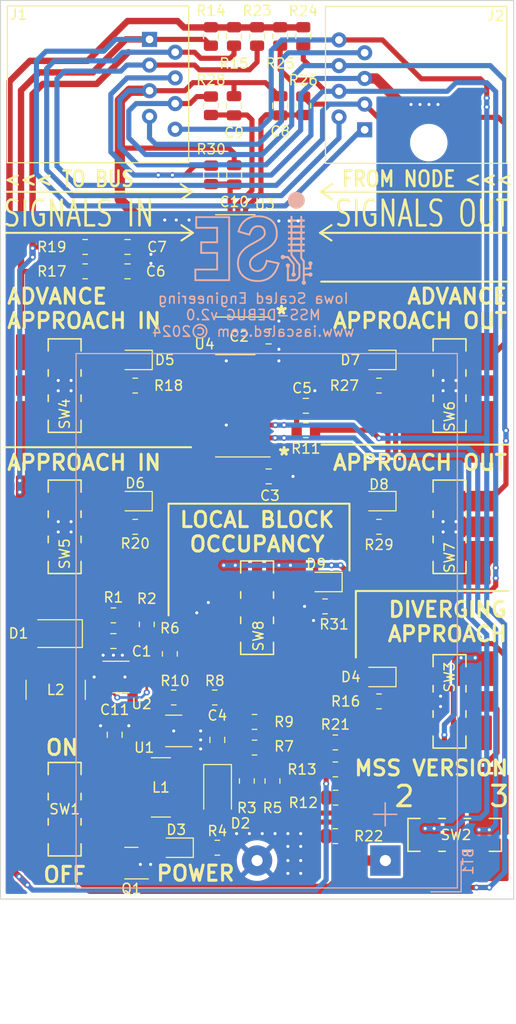
<source format=kicad_pcb>
(kicad_pcb (version 20211014) (generator pcbnew)
  (layers (0 "F.Cu" signal) (31 "B.Cu" signal) (34 "B.Paste" user) (35 "F.Paste" user) (36 "B.SilkS" user "B.Silkscreen") (37 "F.SilkS" user "F.Silkscreen") (38 "B.Mask" user) (39 "F.Mask" user) (44 "Edge.Cuts" user))
  (net 0 "")
  (net 1 "Net-(SW1-Pad2)")
  (net 2 "GND")
  (net 3 "+5V")
  (net 4 "Net-(C10-Pad1)")
  (net 5 "Net-(L2-Pad2)")
  (net 6 "Net-(U1-Pad1)")
  (net 7 "Net-(C7-Pad1)")
  (net 8 "Net-(C8-Pad1)")
  (net 9 "Net-(C9-Pad1)")
  (net 10 "+12V")
  (net 11 "Net-(D4-Pad2)")
  (net 12 "Net-(D9-Pad2)")
  (net 13 "Net-(D7-Pad2)")
  (net 14 "Net-(D8-Pad2)")
  (net 15 "/~{AA_IN}")
  (net 16 "/~{A_IN}")
  (net 17 "Net-(C6-Pad1)")
  (net 18 "/~{AA_OUT}")
  (net 19 "/~{LOCAL}")
  (net 20 "/~{A_OUT}")
  (net 21 "/AUX_GND")
  (net 22 "/DVRG_APP")
  (net 23 "Net-(U1-Pad4)")
  (net 24 "Net-(SW1-Pad1)")
  (net 25 "Net-(R1-Pad1)")
  (net 26 "Net-(U2-Pad3)")
  (net 27 "Net-(R3-Pad1)")
  (net 28 "Net-(R5-Pad1)")
  (net 29 "Net-(R6-Pad1)")
  (net 30 "Net-(U1-Pad3)")
  (net 31 "Net-(R10-Pad2)")
  (net 32 "Net-(R12-Pad1)")
  (net 33 "Net-(R13-Pad1)")
  (net 34 "Net-(R16-Pad2)")
  (net 35 "Net-(R21-Pad1)")
  (net 36 "Net-(R22-Pad2)")
  (net 37 "unconnected-(SW1-Pad3)")
  (net 38 "unconnected-(SW1-Pad6)")
  (net 39 "unconnected-(SW3-Pad3)")
  (net 40 "unconnected-(SW3-Pad6)")
  (net 41 "unconnected-(SW8-Pad3)")
  (net 42 "unconnected-(SW8-Pad6)")
  (net 43 "Net-(D3-Pad1)")
  (net 44 "Net-(D9-Pad1)")
  (net 45 "Net-(R18-Pad1)")
  (net 46 "Net-(R20-Pad1)")
  (net 47 "Net-(R27-Pad1)")
  (net 48 "Net-(R29-Pad1)")
  (net 49 "Net-(D5-Pad2)")
  (net 50 "Net-(D6-Pad2)")
  (net 51 "Net-(C5-Pad1)")
  (net 52 "Net-(SW2-Pad1)")
  (net 53 "Net-(SW2-Pad3)")
  (net 54 "Net-(SW4-Pad3)")
  (net 55 "Net-(SW5-Pad3)")
  (net 56 "Net-(SW6-Pad3)")
  (net 57 "Net-(SW7-Pad3)")
  (footprint "Resistor_SMD:R_0805_2012Metric" (layer "F.Cu") (at 46.609 171.831)
    (fp_text reference "R8")
    (fp_text value "1k")
  )
  (footprint "Resistor_SMD:R_0805_2012Metric" (layer "F.Cu") (at 52.324 180.086 -90)
    (fp_text reference "R5")
    (fp_text value "10k")
  )
  (footprint "Capacitor_SMD:C_0805_2012Metric" (layer "F.Cu") (at 36.576 166.243)
    (fp_text reference "C1")
    (fp_text value "10uF")
  )
  (footprint "Package_TO_SOT_SMD:SOT-23-5" (layer "F.Cu") (at 37.338 169.799)
    (fp_text reference "U2")
    (fp_text value "AP3012")
  )
  (footprint "Capacitor_SMD:C_0805_2012Metric" (layer "F.Cu") (at 48.53275 120.1185 90)
    (fp_text reference "C10")
    (fp_text value "0.1uF")
  )
  (footprint "Package_SO:SO-16_3.9x9.9mm_P1.27mm" (layer "F.Cu") (at 48.641 142.969 180)
    (fp_text reference "U4")
    (fp_text value "74HC4049")
  )
  (footprint "Capacitor_SMD:C_0805_2012Metric" (layer "F.Cu") (at 51.943 136.111)
    (fp_text reference "C2")
    (fp_text value "0.1uF")
  )
  (footprint "Resistor_SMD:R_0805_2012Metric" (layer "F.Cu") (at 62.865 172.212 180)
    (fp_text reference "R16")
    (fp_text value "1k")
  )
  (footprint "Resistor_SMD:R_0805_2012Metric" (layer "F.Cu") (at 55.372 113.284 90)
    (fp_text reference "R26")
    (fp_text value "10k")
  )
  (footprint "ISE_UltraLibrarian:SW_JS202011SCQN" (layer "F.Cu") (at 70.358 185.42 -90)
    (fp_text reference "SW2")
    (fp_text value "JS202011SCQN")
  )
  (footprint "Resistor_SMD:R_0805_2012Metric" (layer "F.Cu") (at 55.626 145.382)
    (fp_text reference "R11")
    (fp_text value "10k")
  )
  (footprint "ISE_UltraLibrarian:SW_JS202011SCQN" (layer "F.Cu") (at 31.75 182.88)
    (fp_text reference "SW1")
    (fp_text value "JS202011SCQN")
  )
  (footprint "LED_SMD:LED_0805_2012Metric" (layer "F.Cu") (at 57.531 160.401 180)
    (fp_text reference "D9")
    (fp_text value "RED LED")
  )
  (footprint "Package_SO:SO-16_3.9x9.9mm_P1.27mm" (layer "F.Cu") (at 48.641 129.126 180)
    (fp_text reference "U3")
    (fp_text value "74HC4049")
  )
  (footprint "Resistor_SMD:R_0805_2012Metric" (layer "F.Cu") (at 55.372 106.426 90)
    (fp_text reference "R24")
    (fp_text value "10k")
  )
  (footprint "ISE_UltraLibrarian:SW_JS202011SCQN" (layer "F.Cu") (at 31.75 140.97)
    (fp_text reference locked "SW4")
    (fp_text value "JS202011SCQN")
  )
  (footprint "Resistor_SMD:R_0805_2012Metric" (layer "F.Cu") (at 42.545 171.831)
    (fp_text reference "R10")
    (fp_text value "330")
  )
  (footprint "ISE_UltraLibrarian:MSS6132-xxxMLC" (layer "F.Cu") (at 30.861 171.069 90)
    (fp_text reference "L2")
    (fp_text value "4.7uH" hide)
  )
  (footprint "LED_SMD:LED_0805_2012Metric" (layer "F.Cu") (at 62.865 138.43 180)
    (fp_text reference "D7")
    (fp_text value "WHITE LED")
  )
  (footprint "Resistor_SMD:R_0805_2012Metric" (layer "F.Cu") (at 46.228 113.284 90)
    (fp_text reference "R28")
    (fp_text value "10k")
  )
  (footprint "Resistor_SMD:R_0805_2012Metric" (layer "F.Cu") (at 46.24675 120.1185 90)
    (fp_text reference "R30")
    (fp_text value "10k")
  )
  (footprint "ISE_Generic:SOD-123T" (layer "F.Cu") (at 30.734 165.481 180)
    (fp_text reference "D1")
    (fp_text value "CDBM140G")
  )
  (footprint "LED_SMD:LED_0805_2012Metric" (layer "F.Cu") (at 38.735 152.4 180)
    (fp_text reference "D6")
    (fp_text value "YELLOW LED")
  )
  (footprint "Resistor_SMD:R_0805_2012Metric" (layer "F.Cu") (at 42.164 167.513 90)
    (fp_text reference "R6")
    (fp_text value "1k")
  )
  (footprint "ISE_Generic:SOD-123T" (layer "F.Cu") (at 46.863 181.23 -90)
    (fp_text reference "D2")
    (fp_text value "CDBM140G")
  )
  (footprint "Resistor_SMD:R_0805_2012Metric" (layer "F.Cu") (at 36.576 163.703 180)
    (fp_text reference "R1")
    (fp_text value "10k")
  )
  (footprint "Capacitor_SMD:C_0805_2012Metric" (layer "F.Cu") (at 46.863 176.023 90)
    (fp_text reference "C4")
    (fp_text value "10uF")
  )
  (footprint "Resistor_SMD:R_0805_2012Metric" (layer "F.Cu") (at 58.547 178.943 180)
    (fp_text reference "R13")
    (fp_text value "1k")
  )
  (footprint "Resistor_SMD:R_0805_2012Metric" (layer "F.Cu") (at 58.5705 181.737 180)
    (fp_text reference "R12")
    (fp_text value "10k")
  )
  (footprint "Resistor_SMD:R_0805_2012Metric" (layer "F.Cu") (at 62.865 154.94)
    (fp_text reference "R29")
    (fp_text value "1K")
  )
  (footprint "Resistor_SMD:R_0805_2012Metric" (layer "F.Cu") (at 53.086 106.426 90)
    (fp_text reference "R25")
    (fp_text value "10k")
  )
  (footprint "Resistor_SMD:R_0805_2012Metric" (layer "F.Cu") (at 33.782 129.667 180)
    (fp_text reference "R17")
    (fp_text value "10k")
  )
  (footprint "Capacitor_SMD:C_0805_2012Metric" (layer "F.Cu") (at 53.086 113.284 90)
    (fp_text reference "C8")
    (fp_text value "0.1uF")
  )
  (footprint "Resistor_SMD:R_0805_2012Metric" (layer "F.Cu") (at 38.735 140.97 180)
    (fp_text reference "R18")
    (fp_text value "1K")
  )
  (footprint "ISE_UltraLibrarian:SW_JS202011SCQN" (layer "F.Cu") (at 31.75 154.94)
    (fp_text reference "SW5")
    (fp_text value "JS202011SCQN")
  )
  (footprint "ISE_UltraLibrarian:SW_JS202011SCQN" (layer "F.Cu") (at 69.85 154.94)
    (fp_text reference "SW7")
    (fp_text value "JS202011SCQN")
  )
  (footprint "LED_SMD:LED_0805_2012Metric" (layer "F.Cu") (at 38.735 138.43 180)
    (fp_text reference "D5")
    (fp_text value "WHITE LED")
  )
  (footprint "Resistor_SMD:R_0805_2012Metric" (layer "F.Cu") (at 39.878 164.592 90)
    (fp_text reference "R2")
    (fp_text value "10k")
  )
  (footprint "ISE_UltraLibrarian:MSS6132-xxxMLC" (layer "F.Cu") (at 41.275 180.722)
    (fp_text reference "L1")
    (fp_text value "4.7uH" hide)
  )
  (footprint "Resistor_SMD:R_0805_2012Metric" (layer "F.Cu") (at 50.546 174.244)
    (fp_text reference "R9")
    (fp_text value "10k")
  )
  (footprint "Connector_RJ:RJ45_Amphenol_54602-x08_Horizontal" (layer "F.Cu") (at 40.152 106.7155 -90)
    (fp_text reference "J1")
    (fp_text value "8P8C")
  )
  (footprint "ISE_UltraLibrarian:SW_JS202011SCQN" (layer "F.Cu") (at 69.85 140.97)
    (fp_text reference "SW6")
    (fp_text value "JS202011SCQN")
  )
  (footprint "Resistor_SMD:R_0805_2012Metric" (layer "F.Cu") (at 58.547 185.547)
    (fp_text reference "R22")
    (fp_text value "10k")
  )
  (footprint "ISE_UltraLibrarian:SW_JS202011SCQN" (layer "F.Cu") (at 50.8 162.941)
    (fp_text reference "SW8")
    (fp_text value "JS202011SCQN")
  )
  (footprint "Capacitor_SMD:C_0805_2012Metric" (layer "F.Cu") (at 37.973 129.667)
    (fp_text reference "C6")
    (fp_text value "0.1uF")
  )
  (footprint "Capacitor_SMD:C_0805_2012Metric" (layer "F.Cu") (at 51.943 149.954)
    (fp_text reference "C3")
    (fp_text value "0.1uF")
  )
  (footprint "Package_TO_SOT_SMD:SOT-23-5" (layer "F.Cu") (at 42.545 175.134 180)
    (fp_text reference "U1")
    (fp_text value "AP3012")
  )
  (footprint "Capacitor_SMD:C_0805_2012Metric" (layer "F.Cu") (at 55.626 142.969)
    (fp_text reference "C5")
    (fp_text value "0.1uF")
  )
  (footprint "Resistor_SMD:R_0805_2012Metric" (layer "F.Cu") (at 48.514 106.426 90)
    (fp_text reference "R15")
    (fp_text value "10k")
  )
  (footprint "Resistor_SMD:R_0805_2012Metric" (layer "F.Cu") (at 50.546 176.784)
    (fp_text reference "R7")
    (fp_text value "10k")
  )
  (footprint "Resistor_SMD:R_0805_2012Metric" (layer "F.Cu") (at 57.531 162.814 180)
    (fp_text reference "R31")
    (fp_text value "1K")
  )
  (footprint "LED_SMD:LED_0805_2012Metric" (layer "F.Cu") (at 62.865 169.799 180)
    (fp_text reference "D4")
    (fp_text value "BLUE LED")
  )
  (footprint "LED_SMD:LED_0805_2012Metric" (layer "F.Cu") (at 42.799 186.69 180)
    (fp_text reference "D3")
    (fp_text value "GREEN LED")
  )
  (footprint "Connector_RJ:RJ45_Amphenol_54602-x08_Horizontal" (layer "F.Cu") (at 61.448 115.6615 90)
    (fp_text reference "J2")
    (fp_text value "8P8C")
  )
  (footprint "Resistor_SMD:R_0805_2012Metric" (layer "F.Cu") (at 49.784 180.086 -90)
    (fp_text reference "R3")
    (fp_text value "10k")
  )
  (footprint "ISE_UltraLibrarian:SW_JS202011SCQN" (layer "F.Cu") (at 69.85 172.212)
    (fp_text reference "SW3")
    (fp_text value "JS202011SCQN")
  )
  (footprint "Resistor_SMD:R_0805_2012Metric" (layer "F.Cu") (at 62.865 140.97)
    (fp_text reference "R27")
    (fp_text value "1K")
  )
  (footprint "Resistor_SMD:R_0805_2012Metric" (layer "F.Cu") (at 46.228 106.426 90)
    (fp_text reference "R14")
    (fp_text value "10k")
  )
  (footprint "Package_TO_SOT_SMD:SOT-23" (layer "F.Cu") (at 38.354 188.214 180)
    (fp_text reference "Q1")
    (fp_text value "Si2333")
  )
  (footprint "Resistor_SMD:R_0805_2012Metric" (layer "F.Cu") (at 33.782 127.254 180)
    (fp_text reference "R19")
    (fp_text value "10k")
  )
  (footprint "Resistor_SMD:R_0805_2012Metric" (layer "F.Cu") (at 58.547 176.276 180)
    (fp_text reference "R21")
    (fp_text value "1k")
  )
  (footprint "Capacitor_SMD:C_0805_2012Metric" (layer "F.Cu") (at 48.514 113.284 90)
    (fp_text reference "C9")
    (fp_text value "0.1uF")
  )
  (footprint "Capacitor_SMD:C_0805_2012Metric" (layer "F.Cu") (at 36.703 175.514 90)
    (fp_text reference "C11")
    (fp_text value "22uF")
  )
  (footprint "Resistor_SMD:R_0805_2012Metric" (layer "F.Cu") (at 50.8 106.426 90)
    (fp_text reference "R23")
    (fp_text value "10k")
  )
  (footprint "Resistor_SMD:R_0805_2012Metric" (layer "F.Cu") (at 38.735 154.94 180)
    (fp_text reference "R20")
    (fp_text value "1K")
  )
  (footprint "LED_SMD:LED_0805_2012Metric" (layer "F.Cu") (at 62.865 152.4 180)
    (fp_text reference "D8")
    (fp_text value "YELLOW LED")
  )
  (footprint "Resistor_SMD:R_0805_2012Metric" (layer "F.Cu") (at 46.863 186.69 180)
    (fp_text reference "R4")
    (fp_text value "1k")
  )
  (footprint "Capacitor_SMD:C_0805_2012Metric" (layer "F.Cu") (at 37.973 127.254)
    (fp_text reference "C7")
    (fp_text value "0.1uF")
  )
  (footprint "Battery:BatteryHolder_Keystone_2479_3xAAA" (layer "B.Cu") (at 63.5 187.96 90)
    (fp_text reference "BT1")
    (fp_text value "Keystone 2479")
  )
  (gr_poly (pts (xy 50.821231 124.124844) (xy 50.75145 124.125922) (xy 50.691822 124.127826) (xy 50.647226 124.130574) (xy 50.491591 124.149832) (xy 50.341513 124.17867) (xy 50.268615 124.196638) (xy 50.197175 124.216947) (xy 50.127215 124.23958) (xy 50.05876 124.264519) (xy 49.991831 124.291747) (xy 49.926451 124.321245) (xy 49.862644 124.352995) (xy 49.800431 124.38698) (xy 49.739837 124.423182) (xy 49.680884 124.461583) (xy 49.623594 124.502166) (xy 49.567991 124.544912) (xy 49.514097 124.589803) (xy 49.461936 124.636822) (xy 49.41153 124.685951) (xy 49.362901 124.737173) (xy 49.316074 124.790468) (xy 49.271071 124.84582) (xy 49.227914 124.903211) (xy 49.186627 124.962622) (xy 49.147232 125.024037) (xy 49.109753 125.087437) (xy 49.074211 125.152803) (xy 49.040631 125.22012) (xy 49.009034 125.289368) (xy 48.979444 125.36053) (xy 48.926376 125.508524) (xy 48.915009 125.54471) (xy 48.903038 125.585418) (xy 48.891116 125.628095) (xy 48.879898 125.670184) (xy 48.870035 125.709132) (xy 48.862182 125.742382) (xy 48.856991 125.767381) (xy 48.855598 125.775988) (xy 48.855115 125.781574) (xy 48.856886 125.783488) (xy 48.862369 125.786372) (xy 48.885498 125.795354) (xy 48.987583 125.828317) (xy 49.177774 125.885357) (xy 49.472476 125.971368) (xy 49.712652 126.040799) (xy 49.909568 126.097133) (xy 50.042984 126.134682) (xy 50.079554 126.144634) (xy 50.092659 126.147757) (xy 50.093858 126.145279) (xy 50.096297 126.13918) (xy 50.104301 126.117771) (xy 50.11548 126.086837) (xy 50.128643 126.049685) (xy 50.159257 125.966168) (xy 50.190562 125.888062) (xy 50.222639 125.81527) (xy 50.255566 125.747696) (xy 50.289423 125.685245) (xy 50.32429 125.627819) (xy 50.342127 125.600961) (xy 50.360246 125.575324) (xy 50.378658 125.550895) (xy 50.397371 125.527662) (xy 50.416397 125.505614) (xy 50.435745 125.484738) (xy 50.455425 125.465023) (xy 50.475447 125.446456) (xy 50.495821 125.429025) (xy 50.516556 125.412719) (xy 50.537664 125.397525) (xy 50.559153 125.383431) (xy 50.581034 125.370426) (xy 50.603317 125.358497) (xy 50.626011 125.347632) (xy 50.649126 125.337819) (xy 50.672674 125.329047) (xy 50.696662 125.321303) (xy 50.721102 125.314575) (xy 50.746004 125.308852) (xy 50.762659 125.305611) (xy 50.780492 125.302768) (xy 50.799323 125.300323) (xy 50.818974 125.298279) (xy 50.860019 125.295395) (xy 50.902196 125.294123) (xy 50.944076 125.294472) (xy 50.984228 125.29645) (xy 51.003209 125.298052) (xy 51.021221 125.300064) (xy 51.038087 125.302488) (xy 51.053626 125.305324) (xy 51.099119 125.316422) (xy 51.141942 125.330141) (xy 51.182102 125.346492) (xy 51.219608 125.365484) (xy 51.237368 125.375973) (xy 51.254468 125.387125) (xy 51.270909 125.398943) (xy 51.286691 125.411426) (xy 51.301816 125.424576) (xy 51.316284 125.438395) (xy 51.330098 125.452884) (xy 51.343257 125.468043) (xy 51.355763 125.483873) (xy 51.367616 125.500377) (xy 51.378819 125.517555) (xy 51.389371 125.535408) (xy 51.40853 125.573145) (xy 51.425101 125.613597) (xy 51.439092 125.656773) (xy 51.450512 125.702683) (xy 51.459369 125.751335) (xy 51.465671 125.802741) (xy 51.467487 125.824195) (xy 51.468693 125.844696) (xy 51.469272 125.864334) (xy 51.469209 125.883196) (xy 51.468489 125.901372) (xy 51.467097 125.91895) (xy 51.465016 125.936021) (xy 51.462231 125.952671) (xy 51.458727 125.968991) (xy 51.454488 125.985069) (xy 51.449498 126.000994) (xy 51.443743 126.016855) (xy 51.437206 126.03274) (xy 51.429873 126.04874) (xy 51.421727 126.064942) (xy 51.412754 126.081435) (xy 51.401383 126.10066) (xy 51.388696 126.119979) (xy 51.374682 126.139401) (xy 51.35933 126.158936) (xy 51.34263 126.178595) (xy 51.324573 126.198389) (xy 51.305147 126.218328) (xy 51.284343 126.238421) (xy 51.262149 126.25868) (xy 51.238556 126.279115) (xy 51.213553 126.299735) (xy 51.18713 126.320552) (xy 51.159277 126.341576) (xy 51.129983 126.362817) (xy 51.099238 126.384285) (xy 51.067032 126.405991) (xy 51.021533 126.435689) (xy 50.975828 126.464452) (xy 50.927195 126.493861) (xy 50.872916 126.525494) (xy 50.736534 126.601749) (xy 50.544921 126.705852) (xy 50.413852 126.776615) (xy 50.301239 126.838177) (xy 50.204104 126.892247) (xy 50.11947 126.940537) (xy 50.044362 126.98476) (xy 49.975802 127.026626) (xy 49.910814 127.067847) (xy 49.846421 127.110135) (xy 49.724331 127.19516) (xy 49.610403 127.281543) (xy 49.50453 127.369452) (xy 49.406606 127.459054) (xy 49.316524 127.550516) (xy 49.234179 127.644006) (xy 49.159463 127.739691) (xy 49.09227 127.837739) (xy 49.032493 127.938317) (xy 48.980027 128.041592) (xy 48.934765 128.147733) (xy 48.896599 128.256905) (xy 48.865425 128.369278) (xy 48.841135 128.485017) (xy 48.823623 128.604292) (xy 48.812782 128.727268) (xy 48.809758 128.802848) (xy 48.809629 128.880793) (xy 48.81231 128.96016) (xy 48.817721 129.040006) (xy 48.825777 129.119389) (xy 48.836396 129.197367) (xy 48.849496 129.272996) (xy 48.864993 129.345335) (xy 48.901092 129.476613) (xy 48.946019 129.602309) (xy 48.999574 129.722245) (xy 49.061556 129.836247) (xy 49.131766 129.944139) (xy 49.210001 130.045745) (xy 49.296063 130.140889) (xy 49.38975 130.229396) (xy 49.490862 130.31109) (xy 49.599198 130.385795) (xy 49.714558 130.453336) (xy 49.836741 130.513536) (xy 49.965547 130.566221) (xy 50.100776 130.611214) (xy 50.242227 130.64834) (xy 50.389698 130.677423) (xy 50.495952 130.692762) (xy 50.605257 130.704356) (xy 50.716165 130.712163) (xy 50.827231 130.716141) (xy 50.937007 130.71625) (xy 51.044046 130.712448) (xy 51.146901 130.704694) (xy 51.196308 130.699322) (xy 51.244126 130.692946) (xy 51.358895 130.673062) (xy 51.470358 130.647814) (xy 51.578502 130.617209) (xy 51.683312 130.581259) (xy 51.784773 130.539971) (xy 51.882871 130.493355) (xy 51.977592 130.441421) (xy 52.06892 130.384177) (xy 52.156842 130.321634) (xy 52.241343 130.253799) (xy 52.322409 130.180684) (xy 52.400024 130.102297) (xy 52.474176 130.018646) (xy 52.544848 129.929743) (xy 52.612027 129.835595) (xy 52.675698 129.736213) (xy 52.699278 129.695638) (xy 52.725826 129.64696) (xy 52.754143 129.592593) (xy 52.783031 129.534953) (xy 52.81129 129.476452) (xy 52.837723 129.419506) (xy 52.861129 129.366529) (xy 52.88031 129.319935) (xy 52.907351 129.248139) (xy 52.935508 129.167182) (xy 52.96312 129.082653) (xy 52.988524 129.000142) (xy 53.003385 128.948452) (xy 52.807166 128.948452) (xy 52.806932 128.951899) (xy 52.806235 128.956231) (xy 52.80506 128.961569) (xy 52.803394 128.968033) (xy 52.801221 128.975745) (xy 52.795298 128.995394) (xy 52.787176 129.021485) (xy 52.768834 129.07807) (xy 52.749547 129.134011) (xy 52.729347 129.189243) (xy 52.708264 129.243702) (xy 52.686329 129.297321) (xy 52.663574 129.350035) (xy 52.640029 129.40178) (xy 52.615726 129.452491) (xy 52.590695 129.502102) (xy 52.564967 129.550548) (xy 52.538574 129.597764) (xy 52.511546 129.643685) (xy 52.483915 129.688247) (xy 52.455711 129.731382) (xy 52.426965 129.773028) (xy 52.397709 129.813118) (xy 52.336471 129.890643) (xy 52.272597 129.963685) (xy 52.206065 130.032258) (xy 52.136852 130.096377) (xy 52.064935 130.156055) (xy 51.990292 130.211308) (xy 51.9129 130.262149) (xy 51.832736 130.308595) (xy 51.749777 130.350657) (xy 51.664 130.388353) (xy 51.575384 130.421695) (xy 51.483905 130.450698) (xy 51.38954 130.475377) (xy 51.292266 130.495746) (xy 51.192062 130.51182) (xy 51.088904 130.523612) (xy 51.033162 130.527202) (xy 50.965365 130.529047) (xy 50.8894 130.529255) (xy 50.809151 130.527934) (xy 50.728505 130.52519) (xy 50.651349 130.521132) (xy 50.581568 130.515866) (xy 50.523048 130.509501) (xy 50.440414 130.497132) (xy 50.35999 130.482511) (xy 50.28177 130.465637) (xy 50.205747 130.446508) (xy 50.131915 130.425122) (xy 50.060267 130.401477) (xy 49.990799 130.37557) (xy 49.923503 130.3474) (xy 49.858373 130.316964) (xy 49.795403 130.284261) (xy 49.734587 130.249288) (xy 49.675919 130.212044) (xy 49.619392 130.172525) (xy 49.565 130.130731) (xy 49.512738 130.086659) (xy 49.462598 130.040307) (xy 49.416622 129.993871) (xy 49.373131 129.946071) (xy 49.332095 129.896849) (xy 49.293486 129.846147) (xy 49.257274 129.793907) (xy 49.223432 129.740071) (xy 49.191929 129.684582) (xy 49.162737 129.627381) (xy 49.135828 129.56841) (xy 49.111171 129.507613) (xy 49.088739 129.44493) (xy 49.068501 129.380304) (xy 49.05043 129.313677) (xy 49.034497 129.244992) (xy 49.020672 129.174189) (xy 49.008926 129.101213) (xy 49.006353 129.079915) (xy 49.004188 129.054029) (xy 49.001055 128.991102) (xy 48.999475 128.917658) (xy 48.999401 128.838922) (xy 49.000782 128.760121) (xy 49.003568 128.686478) (xy 49.007711 128.623221) (xy 49.01316 128.575574) (xy 49.019887 128.536827) (xy 49.028219 128.494997) (xy 49.03784 128.451364) (xy 49.048437 128.40721) (xy 49.059696 128.363817) (xy 49.071301 128.322467) (xy 49.08294 128.28444) (xy 49.094298 128.251018) (xy 49.105153 128.222658) (xy 49.117043 128.193736) (xy 49.12991 128.164351) (xy 49.143698 128.134602) (xy 49.158351 128.104588) (xy 49.17381 128.074409) (xy 49.206923 128.013952) (xy 49.242582 127.954023) (xy 49.280334 127.895418) (xy 49.299852 127.86686) (xy 49.319722 127.83893) (xy 49.339888 127.811727) (xy 49.360293 127.785351) (xy 49.374081 127.768619) (xy 49.390366 127.749848) (xy 49.429162 127.707432) (xy 49.474159 127.660584) (xy 49.522835 127.611785) (xy 49.572669 127.563515) (xy 49.621139 127.518255) (xy 49.665722 127.478485) (xy 49.703898 127.446685) (xy 49.791358 127.379473) (xy 49.878248 127.316312) (xy 49.968825 127.254573) (xy 50.067347 127.191627) (xy 50.178074 127.124844) (xy 50.305263 127.051596) (xy 50.453172 126.969253) (xy 50.626059 126.875185) (xy 50.8 126.780459) (xy 50.945092 126.699325) (xy 51.008078 126.663039) (xy 51.065363 126.629172) (xy 51.117449 126.597397) (xy 51.164839 126.567386) (xy 51.208038 126.538815) (xy 51.247548 126.511355) (xy 51.283872 126.484681) (xy 51.317515 126.458466) (xy 51.348979 126.432383) (xy 51.378767 126.406106) (xy 51.407384 126.379308) (xy 51.435332 126.351663) (xy 51.462089 126.323929) (xy 51.486834 126.296747) (xy 51.509625 126.270004) (xy 51.530516 126.243591) (xy 51.549562 126.217398) (xy 51.566821 126.191313) (xy 51.582348 126.165226) (xy 51.596198 126.139026) (xy 51.608428 126.112603) (xy 51.619093 126.085846) (xy 51.628249 126.058645) (xy 51.635952 126.030889) (xy 51.642258 126.002467) (xy 51.647222 125.973269) (xy 51.6509 125.943184) (xy 51.653348 125.912102) (xy 51.655038 125.863248) (xy 51.654065 125.814692) (xy 51.650496 125.766602) (xy 51.644396 125.719143) (xy 51.635833 125.672483) (xy 51.624872 125.626786) (xy 51.61158 125.58222) (xy 51.596022 125.538951) (xy 51.578264 125.497146) (xy 51.558374 125.45697) (xy 51.536416 125.418591) (xy 51.512458 125.382174) (xy 51.486564 125.347887) (xy 51.458802 125.315895) (xy 51.429238 125.286365) (xy 51.4138 125.272575) (xy 51.397937 125.259463) (xy 51.351355 125.226029) (xy 51.301075 125.196649) (xy 51.247549 125.171341) (xy 51.191231 125.150124) (xy 51.132574 125.133016) (xy 51.072028 125.120036) (xy 51.010049 125.111202) (xy 50.947087 125.106534) (xy 50.883597 125.106049) (xy 50.820029 125.109767) (xy 50.756838 125.117705) (xy 50.694476 125.129883) (xy 50.633396 125.146319) (xy 50.574049 125.167032) (xy 50.51689 125.19204) (xy 50.46237 125.221363) (xy 50.446527 125.231377) (xy 50.429548 125.243302) (xy 50.411623 125.25695) (xy 50.392939 125.27213) (xy 50.373685 125.288653) (xy 50.354048 125.306331) (xy 50.334217 125.324975) (xy 50.31438 125.344394) (xy 50.294725 125.364401) (xy 50.27544 125.384805) (xy 50.256712 125.405418) (xy 50.238731 125.426051) (xy 50.221685 125.446514) (xy 50.20576 125.466619) (xy 50.191147 125.486176) (xy 50.178031 125.504996) (xy 50.155961 125.539949) (xy 50.132964 125.579035) (xy 50.10957 125.621231) (xy 50.086309 125.66551) (xy 50.063709 125.710848) (xy 50.0423 125.756218) (xy 50.022611 125.800597) (xy 50.005171 125.842958) (xy 50.000835 125.853844) (xy 49.996811 125.863769) (xy 49.993081 125.872763) (xy 49.989626 125.880859) (xy 49.986428 125.888086) (xy 49.983467 125.894477) (xy 49.982069 125.897367) (xy 49.980725 125.900061) (xy 49.97943 125.90256) (xy 49.978183 125.90487) (xy 49.976982 125.906993) (xy 49.975824 125.908935) (xy 49.974706 125.910698) (xy 49.973627 125.912286) (xy 49.972585 125.913704) (xy 49.971576 125.914956) (xy 49.970599 125.916045) (xy 49.96965 125.916974) (xy 49.968729 125.917749) (xy 49.967832 125.918373) (xy 49.966958 125.918849) (xy 49.966103 125.919182) (xy 49.965266 125.919375) (xy 49.964445 125.919433) (xy 49.963636 125.919359) (xy 49.962837 125.919157) (xy 49.525393 125.792157) (xy 49.220505 125.703522) (xy 49.125045 125.675179) (xy 49.097784 125.666824) (xy 49.086537 125.663041) (xy 49.084811 125.662192) (xy 49.083347 125.661179) (xy 49.082158 125.65992) (xy 49.081257 125.658333) (xy 49.080657 125.656337) (xy 49.080373 125.653851) (xy 49.080418 125.650791) (xy 49.080805 125.647077) (xy 49.081547 125.642628) (xy 49.082658 125.637361) (xy 49.086041 125.624048) (xy 49.091061 125.606485) (xy 49.097826 125.584018) (xy 49.112438 125.538603) (xy 49.128208 125.493418) (xy 49.145099 125.448526) (xy 49.163079 125.403991) (xy 49.182113 125.359879) (xy 49.202167 125.316252) (xy 49.223207 125.273175) (xy 49.245199 125.230711) (xy 49.268109 125.188926) (xy 49.291902 125.147883) (xy 49.316545 125.107646) (xy 49.342004 125.068279) (xy 49.368243 125.029847) (xy 49.39523 124.992413) (xy 49.422931 124.956041) (xy 49.45131 124.920796) (xy 49.463848 124.906098) (xy 49.477798 124.890427) (xy 49.509231 124.856833) (xy 49.544203 124.821354) (xy 49.581308 124.78533) (xy 49.619141 124.750099) (xy 49.656296 124.717001) (xy 49.691367 124.687376) (xy 49.707682 124.674284) (xy 49.722948 124.662563) (xy 49.768435 124.629629) (xy 49.814948 124.598295) (xy 49.862504 124.568554) (xy 49.911122 124.540402) (xy 49.960819 124.513834) (xy 50.011613 124.488843) (xy 50.063521 124.465426) (xy 50.11656 124.443576) (xy 50.170749 124.423289) (xy 50.226104 124.40456) (xy 50.282644 124.387383) (xy 50.340386 124.371753) (xy 50.399348 124.357665) (xy 50.459547 124.345114) (xy 50.521 124.334095) (xy 50.583726 124.324602) (xy 50.629933 124.319923) (xy 50.692106 124.316014) (xy 50.765111 124.312981) (xy 50.843812 124.310932) (xy 50.923075 124.309974) (xy 50.997766 124.310215) (xy 51.06275 124.311763) (xy 51.112893 124.314724) (xy 51.27393 124.333482) (xy 51.351288 124.346104) (xy 51.426527 124.360877) (xy 51.49964 124.377794) (xy 51.570615 124.396846) (xy 51.639446 124.418027) (xy 51.706122 124.441327) (xy 51.770635 124.46674) (xy 51.832975 124.494258) (xy 51.893135 124.523873) (xy 51.951105 124.555578) (xy 52.006876 124.589363) (xy 52.060439 124.625223) (xy 52.111786 124.663149) (xy 52.160907 124.703132) (xy 52.207794 124.745167) (xy 52.252437 124.789244) (xy 52.294828 124.835356) (xy 52.334958 124.883495) (xy 52.372817 124.933654) (xy 52.408398 124.985825) (xy 52.44169 125.04) (xy 52.472686 125.096171) (xy 52.501375 125.15433) (xy 52.52775 125.214471) (xy 52.551802 125.276584) (xy 52.573521 125.340662) (xy 52.592898 125.406698) (xy 52.609925 125.474684) (xy 52.624593 125.544612) (xy 52.636893 125.616474) (xy 52.644409 125.670413) (xy 52.650554 125.72397) (xy 52.655332 125.77708) (xy 52.658743 125.829673) (xy 52.660789 125.881683) (xy 52.661474 125.933044) (xy 52.660798 125.983687) (xy 52.658765 126.033545) (xy 52.655375 126.082552) (xy 52.650632 126.130641) (xy 52.644536 126.177743) (xy 52.637091 126.223792) (xy 52.628298 126.268721) (xy 52.618159 126.312462) (xy 52.606677 126.354948) (xy 52.593854 126.396113) (xy 52.579536 126.436975) (xy 52.563348 126.478008) (xy 52.545356 126.519118) (xy 52.525624 126.560209) (xy 52.504218 126.60119) (xy 52.481203 126.641964) (xy 52.456644 126.682439) (xy 52.430606 126.72252) (xy 52.403154 126.762114) (xy 52.374353 126.801125) (xy 52.344268 126.83946) (xy 52.312965 126.877026) (xy 52.280509 126.913727) (xy 52.246964 126.949471) (xy 52.212396 126.984162) (xy 52.17687 127.017707) (xy 52.092799 127.091639) (xy 52.005817 127.162148) (xy 51.912155 127.231697) (xy 51.808041 127.302751) (xy 51.689706 127.377775) (xy 51.55338 127.459231) (xy 51.395291 127.549583) (xy 51.211671 127.651296) (xy 51.005913 127.764879) (xy 50.923887 127.810951) (xy 50.853072 127.851409) (xy 50.791452 127.887402) (xy 50.737008 127.92008) (xy 50.687724 127.950591) (xy 50.641582 127.980085) (xy 50.581371 128.020362) (xy 50.524757 128.060043) (xy 50.471632 128.099242) (xy 50.421889 128.138074) (xy 50.375421 128.176654) (xy 50.332118 128.215097) (xy 50.291876 128.253517) (xy 50.254584 128.292029) (xy 50.220138 128.330747) (xy 50.188428 128.369787) (xy 50.159347 128.409263) (xy 50.132788 128.44929) (xy 50.108643 128.489983) (xy 50.086806 128.531456) (xy 50.067167 128.573824) (xy 50.049621 128.617202) (xy 50.039857 128.64535) (xy 50.031205 128.674674) (xy 50.023669 128.705044) (xy 50.017253 128.73633) (xy 50.011962 128.768402) (xy 50.0078 128.801128) (xy 50.00477 128.83438) (xy 50.002878 128.868027) (xy 50.002126 128.901938) (xy 50.002519 128.935983) (xy 50.004062 128.970033) (xy 50.006758 129.003956) (xy 50.010612 129.037624) (xy 50.015627 129.070904) (xy 50.021808 129.103668) (xy 50.029159 129.135785) (xy 50.048452 129.201004) (xy 50.072112 129.262975) (xy 50.100006 129.321594) (xy 50.132005 129.376755) (xy 50.167977 129.428351) (xy 50.20779 129.476279) (xy 50.251314 129.520432) (xy 50.298417 129.560706) (xy 50.348968 129.596994) (xy 50.402835 129.629192) (xy 50.459888 129.657193) (xy 50.519994 129.680893) (xy 50.583024 129.700186) (xy 50.648845 129.714966) (xy 50.717327 129.725129) (xy 50.788337 129.730568) (xy 50.83201 129.731357) (xy 50.875168 129.730037) (xy 50.917787 129.726629) (xy 50.95984 129.721157) (xy 51.0013 129.713645) (xy 51.042142 129.704115) (xy 51.082339 129.692591) (xy 51.121866 129.679096) (xy 51.160697 129.663652) (xy 51.198805 129.646283) (xy 51.236164 129.627012) (xy 51.272748 129.605863) (xy 51.308531 129.582857) (xy 51.343487 129.558019) (xy 51.37759 129.531372) (xy 51.410813 129.502938) (xy 51.443132 129.472741) (xy 51.474518 129.440804) (xy 51.504948 129.40715) (xy 51.534393 129.371803) (xy 51.590229 129.296118) (xy 51.641817 129.213936) (xy 51.688948 129.125441) (xy 51.731414 129.030818) (xy 51.769006 128.930253) (xy 51.801515 128.823929) (xy 51.806225 128.8061) (xy 51.810753 128.789379) (xy 51.814984 128.774146) (xy 51.818801 128.760782) (xy 51.822089 128.749667) (xy 51.824732 128.741181) (xy 51.826614 128.735705) (xy 51.827234 128.734214) (xy 51.82762 128.733619) (xy 52.292493 128.83072) (xy 52.797054 128.938935) (xy 52.801896 128.940254) (xy 52.80376 128.941091) (xy 52.805234 128.942209) (xy 52.806302 128.943728) (xy 52.806951 128.945768) (xy 52.807166 128.948452) (xy 53.003385 128.948452) (xy 53.010059 128.925237) (xy 53.026062 128.863528) (xy 53.03147 128.839369) (xy 53.034872 128.820605) (xy 53.03606 128.807935) (xy 53.035759 128.804103) (xy 53.034826 128.802057) (xy 52.820591 128.753296) (xy 52.356523 128.653273) (xy 51.893116 128.555498) (xy 51.680865 128.513484) (xy 51.679955 128.515897) (xy 51.678351 128.521808) (xy 51.673457 128.542501) (xy 51.666974 128.572321) (xy 51.659698 128.608029) (xy 51.643068 128.68628) (xy 51.624152 128.76146) (xy 51.602981 128.833522) (xy 51.579585 128.902422) (xy 51.553993 128.968114) (xy 51.526237 129.030552) (xy 51.496345 129.089692) (xy 51.464348 129.145486) (xy 51.447569 129.172115) (xy 51.430275 129.197891) (xy 51.41247 129.222808) (xy 51.394157 129.24686) (xy 51.375341 129.270042) (xy 51.356024 129.292349) (xy 51.336211 129.313773) (xy 51.315905 129.33431) (xy 51.295111 129.353955) (xy 51.273831 129.3727) (xy 51.25207 129.390542) (xy 51.229832 129.407473) (xy 51.207119 129.423489) (xy 51.183937 129.438583) (xy 51.160288 129.45275) (xy 51.136176 129.465984) (xy 51.105385 129.481314) (xy 51.074399 129.495023) (xy 51.043217 129.507111) (xy 51.011844 129.517578) (xy 50.98028 129.526426) (xy 50.948529 129.533652) (xy 50.916591 129.539258) (xy 50.884469 129.543243) (xy 50.852166 129.545608) (xy 50.819682 129.546352) (xy 50.787021 129.545476) (xy 50.754184 129.542979) (xy 50.721173 129.538861) (xy 50.687991 129.533123) (xy 50.65464 129.525764) (xy 50.62112 129.516785) (xy 50.571731 129.500342) (xy 50.524951 129.480456) (xy 50.480861 129.45724) (xy 50.439539 129.430806) (xy 50.401066 129.401268) (xy 50.365521 129.368738) (xy 50.332983 129.333329) (xy 50.303532 129.295152) (xy 50.277249 129.254322) (xy 50.254211 129.21095) (xy 50.234499 129.165149) (xy 50.218193 129.117032) (xy 50.205372 129.066712) (xy 50.196116 129.014301) (xy 50.190503 128.959912) (xy 50.188615 128.903657) (xy 50.189215 128.872582) (xy 50.191031 128.842279) (xy 50.194089 128.81268) (xy 50.198416 128.783713) (xy 50.204036 128.755308) (xy 50.210976 128.727395) (xy 50.219262 128.699904) (xy 50.22892 128.672764) (xy 50.239975 128.645905) (xy 50.252453 128.619258) (xy 50.26638 128.59275) (xy 50.281782 128.566313) (xy 50.298684 128.539876) (xy 50.317113 128.513369) (xy 50.337094 128.486721) (xy 50.358654 128.459862) (xy 50.387718 128.425972) (xy 50.418356 128.392865) (xy 50.45107 128.3602) (xy 50.48636 128.327637) (xy 50.524725 128.294834) (xy 50.566666 128.26145) (xy 50.612684 128.227144) (xy 50.663278 128.191575) (xy 50.780196 128.115284) (xy 50.921423 128.029849) (xy 51.09096 127.93254) (xy 51.292809 127.82063) (xy 51.455979 127.730473) (xy 51.596452 127.651164) (xy 51.717726 127.58052) (xy 51.823299 127.516359) (xy 51.916668 127.456497) (xy 52.00133 127.398751) (xy 52.080784 127.34094) (xy 52.158526 127.280879) (xy 52.199703 127.246807) (xy 52.244791 127.207138) (xy 52.292012 127.163615) (xy 52.339589 127.117984) (xy 52.385744 127.07199) (xy 52.428699 127.027376) (xy 52.466676 126.985887) (xy 52.483243 126.96686) (xy 52.497898 126.949269) (xy 52.543128 126.890763) (xy 52.585164 126.831365) (xy 52.624021 126.771027) (xy 52.659713 126.709699) (xy 52.692255 126.647334) (xy 52.721661 126.583883) (xy 52.747946 126.519297) (xy 52.771125 126.453527) (xy 52.791211 126.386526) (xy 52.808219 126.318244) (xy 52.822163 126.248633) (xy 52.833059 126.177644) (xy 52.840921 126.105229) (xy 52.845762 126.031339) (xy 52.847598 125.955926) (xy 52.846443 125.878941) (xy 52.842126 125.793446) (xy 52.83526 125.709993) (xy 52.825841 125.628574) (xy 52.813866 125.549181) (xy 52.799332 125.471806) (xy 52.782236 125.39644) (xy 52.762574 125.323074) (xy 52.740345 125.251702) (xy 52.715544 125.182313) (xy 52.688168 125.114901) (xy 52.658215 125.049457) (xy 52.625681 124.985972) (xy 52.590563 124.924438) (xy 52.552859 124.864848) (xy 52.512564 124.807192) (xy 52.469676 124.751463) (xy 52.458109 124.737596) (xy 52.444975 124.722582) (xy 52.414808 124.689881) (xy 52.380788 124.654898) (xy 52.344528 124.619171) (xy 52.307639 124.584238) (xy 52.271734 124.551636) (xy 52.238426 124.522904) (xy 52.223249 124.51047) (xy 52.209326 124.49958) (xy 52.156482 124.461771) (xy 52.101691 124.425877) (xy 52.044993 124.391909) (xy 51.986425 124.35988) (xy 51.926026 124.329802) (xy 51.863834 124.301688) (xy 51.799887 124.27555) (xy 51.734223 124.251401) (xy 51.66688 124.229252) (xy 51.597897 124.209117) (xy 51.527313 124.191007) (xy 51.455164 124.174936) (xy 51.381491 124.160915) (xy 51.306329 124.148957) (xy 51.229719 124.139074) (xy 51.151698 124.13128) (xy 51.104324 124.128471) (xy 51.042712 124.126407) (xy 50.97174 124.125103) (xy 50.896287 124.124577)) (layer "B.SilkS") (width 0) (fill solid))
  (gr_poly (pts (xy 54.669598 121.803476) (xy 54.627 121.804823) (xy 54.587313 121.806981) (xy 54.553314 121.8099) (xy 54.539316 121.811629) (xy 54.527782 121.81353) (xy 54.497034 121.819911) (xy 54.466712 121.827409) (xy 54.436829 121.836015) (xy 54.407396 121.845721) (xy 54.378426 121.856518) (xy 54.349932 121.868398) (xy 54.321925 121.881353) (xy 54.294419 121.895374) (xy 54.267425 121.910454) (xy 54.240957 121.926584) (xy 54.215025 121.943756) (xy 54.189644 121.961961) (xy 54.164825 121.981192) (xy 54.14058 122.001439) (xy 54.116923 122.022695) (xy 54.093865 122.044952) (xy 54.07403 122.065432) (xy 54.055006 122.086388) (xy 54.036794 122.107818) (xy 54.019396 122.129718) (xy 54.002812 122.152085) (xy 53.987044 122.174916) (xy 53.972092 122.198208) (xy 53.957957 122.221958) (xy 53.944641 122.246163) (xy 53.932145 122.270819) (xy 53.92047 122.295924) (xy 53.909616 122.321475) (xy 53.899584 122.347467) (xy 53.890377 122.373899) (xy 53.881994 122.400767) (xy 53.874437 122.428068) (xy 53.867946 122.45547) (xy 53.862492 122.483871) (xy 53.858072 122.513127) (xy 53.854682 122.543096) (xy 53.852316 122.573636) (xy 53.850972 122.604603) (xy 53.850645 122.635856) (xy 53.85133 122.667252) (xy 53.853025 122.698647) (xy 53.855723 122.7299) (xy 53.859423 122.760868) (xy 53.864119 122.791408) (xy 53.869806 122.821377) (xy 53.876482 122.850633) (xy 53.884142 122.879033) (xy 53.892782 122.906435) (xy 53.901276 122.930376) (xy 53.910365 122.953797) (xy 53.920067 122.976724) (xy 53.930397 122.999183) (xy 53.941371 123.021199) (xy 53.953007 123.042799) (xy 53.965322 123.064008) (xy 53.97833 123.084852) (xy 53.99205 123.105358) (xy 54.006497 123.12555) (xy 54.021689 123.145455) (xy 54.037641 123.165098) (xy 54.05437 123.184506) (xy 54.071893 123.203704) (xy 54.090227 123.222718) (xy 54.109387 123.241574) (xy 54.137384 123.26752) (xy 54.166082 123.291915) (xy 54.195487 123.314762) (xy 54.225605 123.336063) (xy 54.256443 123.355823) (xy 54.288006 123.374043) (xy 54.3203 123.390728) (xy 54.353333 123.40588) (xy 54.38711 123.419503) (xy 54.421637 123.431599) (xy 54.45692 123.442171) (xy 54.492967 123.451223) (xy 54.529782 123.458758) (xy 54.567373 123.464779) (xy 54.605744 123.469289) (xy 54.644904 123.472291) (xy 54.688629 123.473619) (xy 54.732172 123.472595) (xy 54.775451 123.46925) (xy 54.818382 123.463614) (xy 54.860884 123.455717) (xy 54.902873 123.445588) (xy 54.944266 123.433258) (xy 54.984982 123.418757) (xy 55.024936 123.402114) (xy 55.064048 123.383359) (xy 55.102233 123.362523) (xy 55.13941 123.339635) (xy 55.175495 123.314726) (xy 55.210406 123.287825) (xy 55.244061 123.258963) (xy 55.276376 123.228168) (xy 55.305768 123.197523) (xy 55.333345 123.165931) (xy 55.359098 123.133421) (xy 55.383014 123.100022) (xy 55.405082 123.065763) (xy 55.425291 123.030673) (xy 55.443629 122.994782) (xy 55.460085 122.958117) (xy 55.474648 122.920708) (xy 55.487305 122.882584) (xy 55.498047 122.843774) (xy 55.506861 122.804306) (xy 55.513736 122.76421) (xy 55.518661 122.723514) (xy 55.521625 122.682248) (xy 55.522615 122.64044) (xy 55.521859 122.603967) (xy 55.519607 122.567858) (xy 55.515888 122.532148) (xy 55.510727 122.496871) (xy 55.50415 122.462061) (xy 55.496184 122.427753) (xy 55.486856 122.39398) (xy 55.476191 122.360776) (xy 55.464218 122.328176) (xy 55.450961 122.296214) (xy 55.436448 122.264923) (xy 55.420705 122.234339) (xy 55.403758 122.204494) (xy 55.385634 122.175423) (xy 55.36636 122.147161) (xy 55.345961 122.119741) (xy 55.324465 122.093197) (xy 55.301898 122.067564) (xy 55.278286 122.042876) (xy 55.253656 122.019166) (xy 55.228035 121.996469) (xy 55.201448 121.97482) (xy 55.173922 121.954251) (xy 55.145484 121.934797) (xy 55.116161 121.916493) (xy 55.085978 121.899372) (xy 55.054963 121.883469) (xy 55.023141 121.868817) (xy 54.990539 121.855451) (xy 54.957184 121.843404) (xy 54.923103 121.832712) (xy 54.88832 121.823408) (xy 54.865721 121.818094) (xy 54.844047 121.813177) (xy 54.834343 121.811074) (xy 54.825813 121.809319) (xy 54.818771 121.807993) (xy 54.813532 121.80718) (xy 54.801501 121.805856) (xy 54.787073 121.80479) (xy 54.752413 121.803409) (xy 54.712328 121.802988)) (layer "B.SilkS") (width 0) (fill solid))
  (gr_poly (pts (xy 44.678226 125.449963) (xy 46.75256 125.449963) (xy 46.75256 126.698796) (xy 45.172115 126.698796) (xy 45.172115 127.933518) (xy 46.75256 127.933518) (xy 46.75256 129.394018) (xy 44.593559 129.394018) (xy 44.593559 130.62874) (xy 48.128393 130.62874) (xy 48.128393 130.445296) (xy 47.944949 130.445296) (xy 44.777004 130.445296) (xy 44.777004 129.577463) (xy 46.936005 129.577463) (xy 46.936005 127.750074) (xy 45.35556 127.750074) (xy 45.35556 126.882241) (xy 46.936005 126.882241) (xy 46.936005 125.259463) (xy 44.861671 125.259463) (xy 44.861671 124.39163) (xy 47.944949 124.39163) (xy 47.944949 130.445296) (xy 48.128393 130.445296) (xy 48.128393 124.208185) (xy 44.678226 124.208185)) (layer "B.SilkS") (width 0) (fill solid))
  (gr_poly (pts (xy 53.335621 128.042836) (xy 53.320754 128.044605) (xy 53.305971 128.047274) (xy 53.291384 128.050817) (xy 53.277102 128.055202) (xy 53.263237 128.060402) (xy 53.249899 128.066388) (xy 53.237199 128.07313) (xy 53.225247 128.080599) (xy 53.214154 128.088768) (xy 53.208965 128.093105) (xy 53.204031 128.097606) (xy 53.199367 128.102267) (xy 53.194987 128.107085) (xy 53.186237 128.11763) (xy 53.178237 128.128476) (xy 53.170982 128.139593) (xy 53.164468 128.150952) (xy 53.158688 128.162522) (xy 53.153636 128.174273) (xy 53.149308 128.186176) (xy 53.145698 128.198201) (xy 53.142799 128.210317) (xy 53.140607 128.222496) (xy 53.139116 128.234707) (xy 53.138321 128.246921) (xy 53.138215 128.259107) (xy 53.138794 128.271236) (xy 53.140052 128.283278) (xy 53.141982 128.295203) (xy 53.144581 128.306982) (xy 53.147841 128.318583) (xy 53.151758 128.329979) (xy 53.156326 128.341138) (xy 53.16154 128.35203) (xy 53.167393 128.362627) (xy 53.173881 128.372898) (xy 53.180997 128.382814) (xy 53.188737 128.392343) (xy 53.197094 128.401458) (xy 53.206064 128.410127) (xy 53.21564 128.418321) (xy 53.225817 128.426011) (xy 53.236589 128.433165) (xy 53.247952 128.439755) (xy 53.259898 128.445751) (xy 53.269833 128.449968) (xy 53.280274 128.453623) (xy 53.291149 128.456715) (xy 53.302386 128.459245) (xy 53.313912 128.461213) (xy 53.325656 128.462619) (xy 53.337544 128.463462) (xy 53.349504 128.463743) (xy 53.361464 128.463462) (xy 53.373352 128.462619) (xy 53.385096 128.461213) (xy 53.396622 128.459245) (xy 53.407859 128.456715) (xy 53.418734 128.453623) (xy 53.429175 128.449968) (xy 53.439109 128.445751) (xy 53.445744 128.442305) (xy 53.452865 128.438124) (xy 53.460345 128.433316) (xy 53.468059 128.427991) (xy 53.475881 128.422257) (xy 53.483684 128.416222) (xy 53.491342 128.409994) (xy 53.498729 128.403683) (xy 53.505719 128.397396) (xy 53.512187 128.391243) (xy 53.518005 128.385332) (xy 53.523049 128.379771) (xy 53.527191 128.374669) (xy 53.528884 128.372324) (xy 53.530305 128.370135) (xy 53.531438 128.368114) (xy 53.532267 128.366276) (xy 53.532775 128.364634) (xy 53.532948 128.363202) (xy 53.533672 128.362549) (xy 53.535797 128.361916) (xy 53.543962 128.360721) (xy 53.556873 128.359642) (xy 53.573959 128.358704) (xy 53.59465 128.357931) (xy 53.618376 128.357348) (xy 53.672648 128.356852) (xy 53.812348 128.356852) (xy 54.067759 128.67929) (xy 54.32317 129.002435) (xy 54.32317 129.794068) (xy 54.304826 129.803946) (xy 54.299015 129.807398) (xy 54.292998 129.81162) (xy 54.286835 129.816539) (xy 54.280584 129.822081) (xy 54.274303 129.828173) (xy 54.268053 129.834741) (xy 54.261892 129.841712) (xy 54.255878 129.849013) (xy 54.250071 129.856571) (xy 54.24453 129.864311) (xy 54.239313 129.872161) (xy 54.23448 129.880047) (xy 54.230089 129.887895) (xy 54.226199 129.895633) (xy 54.22287 129.903188) (xy 54.220159 129.910484) (xy 54.217248 129.920612) (xy 54.214859 129.931345) (xy 54.212988 129.942579) (xy 54.211627 129.954207) (xy 54.21077 129.966125) (xy 54.210411 129.978226) (xy 54.210544 129.990407) (xy 54.211163 130.00256) (xy 54.212262 130.014581) (xy 54.213834 130.026364) (xy 54.215873 130.037804) (xy 54.218373 130.048796) (xy 54.221328 130.059233) (xy 54.224732 130.069012) (xy 54.228577 130.078025) (xy 54.232859 130.086168) (xy 54.241028 130.099124) (xy 54.249659 130.111266) (xy 54.258751 130.122592) (xy 54.268302 130.133098) (xy 54.278313 130.142782) (xy 54.288781 130.15164) (xy 54.299707 130.159669) (xy 54.311088 130.166866) (xy 54.322924 130.173228) (xy 54.335213 130.178752) (xy 54.347955 130.183434) (xy 54.361149 130.187272) (xy 54.374794 130.190263) (xy 54.388888 130.192403) (xy 54.40343 130.193689) (xy 54.418421 130.194118) (xy 54.429705 130.193856) (xy 54.440796 130.193075) (xy 54.451684 130.191787) (xy 54.462357 130.190002) (xy 54.472803 130.187733) (xy 54.483013 130.184989) (xy 54.492976 130.181782) (xy 54.502679 130.178122) (xy 54.512113 130.174021) (xy 54.521266 130.16949) (xy 54.530127 130.16454) (xy 54.538686 130.159181) (xy 54.546931 130.153425) (xy 54.554851 130.147282) (xy 54.562436 130.140764) (xy 54.569674 130.133881) (xy 54.576554 130.126645) (xy 54.583066 130.119067) (xy 54.589199 130.111157) (xy 54.59494 130.102926) (xy 54.60028 130.094386) (xy 54.605208 130.085548) (xy 54.609712 130.076422) (xy 54.613782 130.067019) (xy 54.617406 130.05735) (xy 54.620574 130.047427) (xy 54.623275 130.037261) (xy 54.625497 130.026861) (xy 54.62723 130.01624) (xy 54.628462 130.005409) (xy 54.629183 129.994377) (xy 54.629382 129.983157) (xy 54.629108 129.970902) (xy 54.628285 129.959) (xy 54.626907 129.947441) (xy 54.624972 129.936215) (xy 54.622474 129.925312) (xy 54.61941 129.914721) (xy 54.615775 129.904431) (xy 54.611566 129.894433) (xy 54.606778 129.884717) (xy 54.601407 129.87527) (xy 54.595449 129.866085) (xy 54.5889 129.857149) (xy 54.581756 129.848454) (xy 54.574012 129.839987) (xy 54.565664 129.83174) (xy 54.556709 129.823702) (xy 54.520726 129.792657) (xy 54.520726 128.92694) (xy 54.21522 128.540296) (xy 53.910421 128.152946) (xy 53.723448 128.15224) (xy 53.536476 128.151535) (xy 53.517426 128.124018) (xy 53.512841 128.117729) (xy 53.507835 128.111572) (xy 53.502432 128.105563) (xy 53.496656 128.099721) (xy 53.490534 128.094059) (xy 53.484089 128.088597) (xy 53.477346 128.083349) (xy 53.47033 128.078333) (xy 53.463067 128.073565) (xy 53.45558 128.069062) (xy 53.447895 128.06484) (xy 53.440036 128.060915) (xy 53.432028 128.057305) (xy 53.423896 128.054025) (xy 53.415665 128.051093) (xy 53.407359 128.048524) (xy 53.400609 128.046806) (xy 53.393727 128.045352) (xy 53.379626 128.043227) (xy 53.365168 128.042118) (xy 53.350463 128.041997)) (layer "B.SilkS") (width 0) (fill solid))
  (gr_poly (pts (xy 55.071059 124.532741) (xy 54.302004 124.532741) (xy 54.302004 124.179963) (xy 54.104448 124.179963) (xy 54.104448 124.532741) (xy 53.850448 124.532741) (xy 53.850448 124.751463) (xy 54.104448 124.751463) (xy 54.104448 125.125407) (xy 53.850448 125.125407) (xy 53.850448 125.351185) (xy 54.104448 125.351185) (xy 54.104448 125.725129) (xy 53.850448 125.725129) (xy 53.850448 125.943852) (xy 54.104448 125.943852) (xy 54.104448 126.317796) (xy 53.850448 126.317796) (xy 53.850448 126.543574) (xy 54.104448 126.543574) (xy 54.104448 126.917518) (xy 53.850448 126.917518) (xy 53.850448 127.143296) (xy 54.104448 127.143296) (xy 54.104448 127.510185) (xy 53.850448 127.510185) (xy 53.850448 127.743019) (xy 54.104448 127.743019) (xy 54.104448 128.071807) (xy 54.496032 128.566401) (xy 54.887615 129.061701) (xy 54.887615 130.173657) (xy 54.751443 130.309829) (xy 54.615976 130.445296) (xy 53.949226 130.445296) (xy 53.949226 129.86039) (xy 53.949254 129.670123) (xy 53.949319 129.59279) (xy 53.949447 129.526233) (xy 53.94954 129.49674) (xy 53.949657 129.469635) (xy 53.949799 129.444815) (xy 53.94997 129.422178) (xy 53.950172 129.401623) (xy 53.950408 129.383046) (xy 53.950679 129.366346) (xy 53.95099 129.35142) (xy 53.951342 129.338167) (xy 53.951738 129.326483) (xy 53.95218 129.316268) (xy 53.952419 129.311678) (xy 53.952671 129.307418) (xy 53.952936 129.303473) (xy 53.953214 129.299832) (xy 53.953506 129.29648) (xy 53.953812 129.293407) (xy 53.954131 129.290598) (xy 53.954466 129.288041) (xy 53.954815 129.285723) (xy 53.955179 129.283632) (xy 53.955559 129.281754) (xy 53.955955 129.280077) (xy 53.956367 129.278589) (xy 53.956795 129.277276) (xy 53.95724 129.276125) (xy 53.957702 129.275124) (xy 53.958182 129.274261) (xy 53.958679 129.273521) (xy 53.959195 129.272893) (xy 53.959729 129.272364) (xy 53.960282 129.271921) (xy 53.960853 129.27155) (xy 53.961444 129.271241) (xy 53.962055 129.270979) (xy 53.963337 129.270546) (xy 53.965667 129.269654) (xy 53.968149 129.268442) (xy 53.973524 129.265121) (xy 53.979361 129.260706) (xy 53.985562 129.255321) (xy 53.992028 129.249089) (xy 53.998659 129.242132) (xy 54.005356 129.234574) (xy 54.01202 129.226537) (xy 54.018552 129.218144) (xy 54.024853 129.209519) (xy 54.030822 129.200785) (xy 54.036362 129.192064) (xy 54.041373 129.183479) (xy 54.045755 129.175154) (xy 54.049409 129.167211) (xy 54.052237 129.159774) (xy 54.055264 129.149624) (xy 54.057736 129.139061) (xy 54.059657 129.128153) (xy 54.061035 129.116967) (xy 54.061875 129.10557) (xy 54.062184 129.094029) (xy 54.061968 129.082412) (xy 54.061233 129.070786) (xy 54.059986 129.059217) (xy 54.058232 129.047774) (xy 54.055978 129.036523) (xy 54.053229 129.025531) (xy 54.049993 129.014866) (xy 54.046276 129.004594) (xy 54.042083 128.994784) (xy 54.037421 128.985502) (xy 54.032892 128.977418) (xy 54.02828 128.969812) (xy 54.02355 128.962652) (xy 54.018668 128.955901) (xy 54.0136 128.949527) (xy 54.008312 128.943495) (xy 54.00277 128.93777) (xy 53.996939 128.93232) (xy 53.990786 128.927109) (xy 53.984277 128.922105) (xy 53.977376 128.917271) (xy 53.970051 128.912575) (xy 53.962267 128.907983) (xy 53.95399 128.90346) (xy 53.945186 128.898972) (xy 53.935821 128.894485) (xy 53.924493 128.889509) (xy 53.919332 128.887439) (xy 53.914389 128.885632) (xy 53.909579 128.884078) (xy 53.904815 128.882764) (xy 53.900009 128.88168) (xy 53.895075 128.880815) (xy 53.889926 128.880155) (xy 53.884475 128.879691) (xy 53.878635 128.879412) (xy 53.87232 128.879304) (xy 53.865443 128.879358) (xy 53.857917 128.879562) (xy 53.840571 128.880373) (xy 53.828514 128.881171) (xy 53.817177 128.882256) (xy 53.806501 128.883651) (xy 53.796429 128.885378) (xy 53.786903 128.887462) (xy 53.777864 128.889923) (xy 53.769256 128.892786) (xy 53.761019 128.896072) (xy 53.753097 128.899805) (xy 53.745431 128.904007) (xy 53.737963 128.908701) (xy 53.730636 128.91391) (xy 53.723392 128.919656) (xy 53.716172 128.925962) (xy 53.70892 128.932851) (xy 53.701576 128.940346) (xy 53.69371 128.948838) (xy 53.6865 128.957156) (xy 53.679928 128.965357) (xy 53.673971 128.973496) (xy 53.66861 128.981631) (xy 53.663823 128.989819) (xy 53.659591 128.998116) (xy 53.655891 129.00658) (xy 53.652705 129.015267) (xy 53.65001 129.024234) (xy 53.647786 129.033538) (xy 53.646014 129.043236) (xy 53.644671 129.053384) (xy 53.643737 129.06404) (xy 53.643192 129.07526) (xy 53.643015 129.087101) (xy 53.643165 129.100614) (xy 53.643883 129.113641) (xy 53.645176 129.126195) (xy 53.64705 129.138287) (xy 53.649511 129.149929) (xy 53.652565 129.161131) (xy 53.656218 129.171906) (xy 53.660478 129.182264) (xy 53.665349 129.192216) (xy 53.668015 129.197044) (xy 53.670838 129.201775) (xy 53.673816 129.206411) (xy 53.676951 129.210952) (xy 53.683695 129.219757) (xy 53.691075 129.228203) (xy 53.699098 129.236301) (xy 53.707771 129.244061) (xy 53.717098 129.251496) (xy 53.750965 129.277602) (xy 53.750965 129.959873) (xy 53.751671 130.642851) (xy 54.700643 130.642851) (xy 54.892554 130.450941) (xy 55.08517 130.258324) (xy 55.08517 128.985502) (xy 54.693587 128.490202) (xy 54.302004 127.995607) (xy 54.302004 127.743019) (xy 55.071059 127.743019) (xy 55.071059 128.065457) (xy 55.071765 128.388601) (xy 55.198059 128.547351) (xy 55.324354 128.706101) (xy 55.325059 129.651546) (xy 55.325059 130.59699) (xy 55.289782 130.62733) (xy 55.280237 130.635802) (xy 55.271436 130.644311) (xy 55.26336 130.652892) (xy 55.255992 130.661582) (xy 55.249315 130.670416) (xy 55.24331 130.679431) (xy 55.237961 130.688664) (xy 55.233249 130.698149) (xy 55.229157 130.707924) (xy 55.225668 130.718025) (xy 55.222764 130.728487) (xy 55.220428 130.739347) (xy 55.218641 130.750641) (xy 55.217386 130.762406) (xy 55.216646 130.774677) (xy 55.216404 130.78749) (xy 55.216325 130.804029) (xy 55.216449 130.811325) (xy 55.216701 130.818072) (xy 55.217099 130.824348) (xy 55.217656 130.830229) (xy 55.21839 130.835792) (xy 55.219314 130.841113) (xy 55.220445 130.846268) (xy 55.221799 130.851335) (xy 55.22339 130.856389) (xy 55.225234 130.861507) (xy 55.227347 130.866766) (xy 55.229745 130.872242) (xy 55.232442 130.878011) (xy 55.235454 130.884151) (xy 55.242778 130.897883) (xy 55.250725 130.910766) (xy 55.259288 130.922794) (xy 55.268461 130.933959) (xy 55.278237 130.944256) (xy 55.28861 130.953679) (xy 55.299575 130.962221) (xy 55.311125 130.969876) (xy 55.323253 130.976639) (xy 55.335954 130.982502) (xy 55.349221 130.98746) (xy 55.363049 130.991506) (xy 55.377431 130.994635) (xy 55.39236 130.996839) (xy 55.407831 130.998113) (xy 55.423837 130.998451) (xy 55.436425 130.998218) (xy 55.448543 130.997509) (xy 55.460213 130.996312) (xy 55.471462 130.994615) (xy 55.482314 130.992405) (xy 55.492794 130.98967) (xy 55.502927 130.986398) (xy 55.512737 130.982576) (xy 55.52225 130.978192) (xy 55.531489 130.973233) (xy 55.540481 130.967687) (xy 55.54925 130.961542) (xy 55.55782 130.954785) (xy 55.566216 130.947403) (xy 55.574464 130.939385) (xy 55.582587 130.930718) (xy 55.589956 130.92213) (xy 55.596723 130.91354) (xy 55.602899 130.904912) (xy 55.608494 130.896212) (xy 55.613519 130.887405) (xy 55.617983 130.878455) (xy 55.621898 130.869327) (xy 55.625273 130.859986) (xy 55.628119 130.850398) (xy 55.630446 130.840526) (xy 55.632265 130.830335) (xy 55.633585 130.819792) (xy 55.634418 130.808859) (xy 55.634773 130.797503) (xy 55.634661 130.785688) (xy 55.634093 130.773379) (xy 55.633035 130.76149) (xy 55.631451 130.749903) (xy 55.629344 130.738622) (xy 55.626717 130.727651) (xy 55.623574 130.716993) (xy 55.619917 130.706655) (xy 55.615749 130.696638) (xy 55.611074 130.686949) (xy 55.605894 130.67759) (xy 55.600214 130.668566) (xy 55.594035 130.65988) (xy 55.587361 130.651539) (xy 55.580195 130.643544) (xy 55.57254 130.635901) (xy 55.564399 130.628613) (xy 55.555776 130.621685) (xy 55.522615 130.59699) (xy 55.522615 130.085462) (xy 55.885976 130.085462) (xy 55.91702 130.121446) (xy 55.926725 130.132069) (xy 55.936896 130.141851) (xy 55.947495 130.150796) (xy 55.958484 130.158911) (xy 55.969825 130.1662) (xy 55.98148 130.172669) (xy 55.993411 130.178324) (xy 56.005579 130.183171) (xy 56.017946 130.187215) (xy 56.030475 130.190461) (xy 56.043127 130.192915) (xy 56.055865 130.194583) (xy 56.068649 130.19547) (xy 56.081442 130.195581) (xy 56.094206 130.194923) (xy 56.106903 130.193501) (xy 56.119494 130.19132) (xy 56.131942 130.188386) (xy 56.144208 130.184705) (xy 56.156255 130.180281) (xy 56.168043 130.175122) (xy 56.179536 130.169231) (xy 56.190694 130.162615) (xy 56.201481 130.15528) (xy 56.211856 130.14723) (xy 56.221784 130.138472) (xy 56.231225 130.12901) (xy 56.240141 130.118851) (xy 56.248495 130.108) (xy 56.256248 130.096463) (xy 56.263361 130.084245) (xy 56.269798 130.071352) (xy 56.273137 130.063753) (xy 56.276143 130.056046) (xy 56.278819 130.048241) (xy 56.281167 130.040351) (xy 56.283189 130.032387) (xy 56.284889 130.024359) (xy 56.286267 130.01628) (xy 56.287327 130.00816) (xy 56.2885 129.991846) (xy 56.288426 129.975506) (xy 56.287125 129.959233) (xy 56.284615 129.943117) (xy 56.280914 129.927249) (xy 56.276041 129.91172) (xy 56.270014 129.896621) (xy 56.262853 129.882042) (xy 56.258852 129.874977) (xy 56.254575 129.868076) (xy 56.250024 129.861351) (xy 56.2452 129.854812) (xy 56.240107 129.848472) (xy 56.234746 129.842342) (xy 56.22912 129.836434) (xy 56.223231 129.830757) (xy 56.214872 129.823387) (xy 56.206694 129.816613) (xy 56.198645 129.810417) (xy 56.190677 129.804784) (xy 56.182737 129.799696) (xy 56.174776 129.795137) (xy 56.166742 129.791091) (xy 56.158585 129.787542) (xy 56.150255 129.784471) (xy 56.1417 129.781864) (xy 56.13287 129.779703) (xy 56.123715 129.777973) (xy 56.114184 129.776655) (xy 56.104225 129.775735) (xy 56.09379 129.775194) (xy 56.082826 129.775018) (xy 56.069586 129.775204) (xy 56.057077 129.775782) (xy 56.045236 129.776776) (xy 56.033999 129.778215) (xy 56.023304 129.780125) (xy 56.013088 129.782534) (xy 56.003286 129.785467) (xy 55.993838 129.788953) (xy 55.984678 129.793017) (xy 55.975745 129.797687) (xy 55.966976 129.802989) (xy 55.958306 129.808951) (xy 55.949674 129.815599) (xy 55.941016 129.82296) (xy 55.932269 129.831061) (xy 55.92337 129.839929) (xy 55.882448 129.880851) (xy 55.522615 129.880851) (xy 55.522615 129.478685) (xy 56.178781 129.478685) (xy 56.178781 129.072991) (xy 56.214765 129.041946) (xy 56.226091 129.031608) (xy 56.236513 129.020724) (xy 56.246022 129.009328) (xy 56.254607 128.997452) (xy 56.262257 128.985129) (xy 56.268963 128.972394) (xy 56.274714 128.959277) (xy 56.2795 128.945814) (xy 56.283309 128.932036) (xy 56.286133 128.917978) (xy 56.287961 128.903671) (xy 56.288782 128.889149) (xy 56.288586 128.874445) (xy 56.287363 128.859593) (xy 56.285102 128.844625) (xy 56.281793 128.829574) (xy 56.276433 128.811397) (xy 56.269903 128.79419) (xy 56.266211 128.785959) (xy 56.26224 128.777982) (xy 56.257996 128.770261) (xy 56.253482 128.7628) (xy 56.248704 128.755602) (xy 56.243666 128.748672) (xy 56.238372 128.742012) (xy 56.232828 128.735626) (xy 56.227038 128.729518) (xy 56.221007 128.72369) (xy 56.214739 128.718148) (xy 56.208238 128.712893) (xy 56.201511 128.707929) (xy 56.194561 128.703261) (xy 56.187392 128.698891) (xy 56.180011 128.694822) (xy 56.17242 128.69106) (xy 56.164626 128.687606) (xy 56.156631 128.684464) (xy 56.148443 128.681639) (xy 56.140064 128.679132) (xy 56.131499 128.676949) (xy 56.113832 128.673565) (xy 56.095478 128.671514) (xy 56.076476 128.670824) (xy 56.068578 128.671018) (xy 56.060764 128.671465) (xy 56.053036 128.672165) (xy 56.045398 128.673113) (xy 56.037856 128.674307) (xy 56.030414 128.675746) (xy 56.023074 128.677426) (xy 56.015842 128.679346) (xy 56.008722 128.681502) (xy 56.001717 128.683892) (xy 55.994833 128.686514) (xy 55.988072 128.689365) (xy 55.98144 128.692444) (xy 55.974939 128.695746) (xy 55.968576 128.699271) (xy 55.962352 128.703015) (xy 55.956274 128.706976) (xy 55.950344 128.711152) (xy 55.944567 128.715539) (xy 55.938948 128.720137) (xy 55.933489 128.724942) (xy 55.928196 128.729951) (xy 55.923073 128.735163) (xy 55.918123 128.740575) (xy 55.913351 128.746184) (xy 55.90876 128.751988) (xy 55.904356 128.757984) (xy 55.900142 128.764171) (xy 55.896122 128.770545) (xy 55.892301 128.777104) (xy 55.888682 128.783846) (xy 55.88527 128.790768) (xy 55.881649 128.799196) (xy 55.878459 128.808286) (xy 55.8757 128.817954) (xy 55.873375 128.828119) (xy 55.871484 128.838696) (xy 55.870028 128.849605) (xy 55.869008 128.860761) (xy 55.868425 128.872083) (xy 55.868281 128.883488) (xy 55.868575 128.894893) (xy 55.86931 128.906215) (xy 55.870487 128.917371) (xy 55.872105 128.92828) (xy 55.874168 128.938858) (xy 55.876674 128.949022) (xy 55.879626 128.958691) (xy 55.882266 128.965552) (xy 55.885629 128.972835) (xy 55.889628 128.980432) (xy 55.894178 128.988236) (xy 55.899191 128.996139) (xy 55.904579 129.004033) (xy 55.910258 129.011812) (xy 55.916138 129.019368) (xy 55.922135 129.026593) (xy 55.92816 129.03338) (xy 55.934128 129.039621) (xy 55.939951 129.045209) (xy 55.945542 129.050036) (xy 55.950815 129.053995) (xy 55.953305 129.055616) (xy 55.955683 129.056979) (xy 55.957938 129.058071) (xy 55.960059 129.058879) (xy 55.962427 129.059729) (xy 55.964514 129.06078) (xy 55.966339 129.062167) (xy 55.96792 129.064028) (xy 55.969272 129.066495) (xy 55.970415 129.069706) (xy 55.971366 129.073796) (xy 55.972142 129.078899) (xy 55.972761 129.085152) (xy 55.97324 129.092689) (xy 55.973851 129.11216) (xy 55.974114 129.138393) (xy 55.97417 129.172474) (xy 55.97417 129.28113) (xy 55.522615 129.28113) (xy 55.522615 128.630607) (xy 55.395615 128.471152) (xy 55.268615 128.31099) (xy 55.268615 127.743019) (xy 55.522615 127.743019) (xy 55.522615 127.510185) (xy 55.268615 127.510185) (xy 55.071059 127.510185) (xy 54.302004 127.510185) (xy 54.302004 127.143296) (xy 55.071059 127.143296) (xy 55.071059 127.510185) (xy 55.268615 127.510185) (xy 55.268615 127.143296) (xy 55.522615 127.143296) (xy 55.522615 126.917518) (xy 55.268615 126.917518) (xy 55.071059 126.917518) (xy 54.302004 126.917518) (xy 54.302004 126.543574) (xy 55.071059 126.543574) (xy 55.071059 126.917518) (xy 55.268615 126.917518) (xy 55.268615 126.543574) (xy 55.522615 126.543574) (xy 55.522615 126.317796) (xy 55.268615 126.317796) (xy 55.071059 126.317796) (xy 54.302004 126.317796) (xy 54.302004 125.943852) (xy 55.071059 125.943852) (xy 55.071059 126.317796) (xy 55.268615 126.317796) (xy 55.268615 125.943852) (xy 55.522615 125.943852) (xy 55.522615 125.725129) (xy 55.268615 125.725129) (xy 55.071059 125.725129) (xy 54.302004 125.725129) (xy 54.302004 125.351185) (xy 55.071059 125.351185) (xy 55.071059 125.725129) (xy 55.268615 125.725129) (xy 55.268615 125.351185) (xy 55.522615 125.351185) (xy 55.522615 125.125407) (xy 55.268615 125.125407) (xy 55.071059 125.125407) (xy 54.302004 125.125407) (xy 54.302004 124.751463) (xy 55.071059 124.751463) (xy 55.071059 125.125407) (xy 55.268615 125.125407) (xy 55.268615 124.751463) (xy 55.522615 124.751463) (xy 55.522615 124.532741) (xy 55.268615 124.532741) (xy 55.268615 124.179963) (xy 55.071059 124.179963)) (layer "B.SilkS") (width 0) (fill solid))
  (gr_line (start 57.0865 121.793) (end 58.2295 121.031) (layer "F.SilkS") (width 0.2032))
  (gr_line (start 44.3865 121.793) (end 43.2435 122.555) (layer "F.SilkS") (width 0.2032))
  (gr_line (start 57.023 125.857) (end 58.166 125.095) (layer "F.SilkS") (width 0.2032))
  (gr_line (start 60.579 167.86225) (end 60.579 161.32175) (layer "F.SilkS") (width 0.2032))
  (gr_line (start 57.0865 121.793) (end 58.2295 122.555) (layer "F.SilkS") (width 0.2032))
  (gr_line (start 25.781 147.066) (end 44.2595 147.066) (layer "F.SilkS") (width 0.2032))
  (gr_line (start 44.45 125.857) (end 43.307 126.619) (layer "F.SilkS") (width 0.2032))
  (gr_line (start 57.023 125.857) (end 58.166 126.619) (layer "F.SilkS") (width 0.2032))
  (gr_line (start 44.45 125.857) (end 43.307 125.095) (layer "F.SilkS") (width 0.2032))
  (gr_line (start 75.692 125.857) (end 57.023 125.857) (layer "F.SilkS") (width 0.2032))
  (gr_line (start 57.15 130.683) (end 75.6285 130.683) (layer "F.SilkS") (width 0.2032))
  (gr_line (start 25.9715 125.857) (end 44.45 125.857) (layer "F.SilkS") (width 0.2032))
  (gr_line (start 42.037 163.703) (end 42.037 152.654) (layer "F.SilkS") (width 0.2032))
  (gr_line (start 60.579 161.29) (end 75.692 161.29) (layer "F.SilkS") (width 0.2032))
  (gr_line (start 59.944 159.258) (end 59.944 152.7175) (layer "F.SilkS") (width 0.2032))
  (gr_line (start 44.3865 121.793) (end 43.2435 121.031) (layer "F.SilkS") (width 0.2032))
  (gr_line (start 75.692 121.793) (end 57.0865 121.793) (layer "F.SilkS") (width 0.2032))
  (gr_line (start 25.908 121.793) (end 44.3865 121.793) (layer "F.SilkS") (width 0.2032))
  (gr_line (start 57.18175 146.812) (end 75.66025 146.812) (layer "F.SilkS") (width 0.2032))
  (gr_line (start 42.037 152.654) (end 59.944 152.654) (layer "F.SilkS") (width 0.2032))
  (gr_rect (start 25.4 102.87) (end 76.2 191.77) (layer "Edge.Cuts") (width 0.1) (fill none))
  (gr_text "Iowa Scaled Engineering\nMSS-DEBUG v2.0\nwww.iascaled.com ©2024" (at 50.419 133.985) (layer "B.SilkS") (effects (font (size 1.016 1.016) (thickness 0.1524)) (justify mirror)))
  (gr_text "OFF" (at 31.75 189.357) (layer "F.SilkS") (effects (font (size 1.5 1.5) (thickness 0.3))))
  (gr_text "SIGNALS IN" (at 25.527 123.952) (layer "F.SilkS") (effects (font (size 2.54 1.778) (thickness 0.254)) (justify left)))
  (gr_text "ON" (at 31.496 176.784) (layer "F.SilkS") (effects (font (size 1.5 1.5) (thickness 0.3))))
  (gr_text "FROM NODE <<<" (at 59.055 120.523) (layer "F.SilkS") (effects (font (size 1.524 1.27) (thickness 0.254)) (justify left)))
  (gr_text "3" (at 75.946 181.61) (layer "F.SilkS") (effects (font (size 2.032 2.032) (thickness 0.3)) (justify right)))
  (gr_text "2" (at 66.548 181.61) (layer "F.SilkS") (effects (font (size 2.032 2.032) (thickness 0.3)) (justify right)))
  (gr_text "DIVERGING\nAPPROACH" (at 75.692 164.338) (layer "F.SilkS") (effects (font (size 1.5 1.5) (thickness 0.3)) (justify right)))
  (gr_text "LOCAL BLOCK\nOCCUPANCY" (at 50.8 155.448) (layer "F.SilkS") (effects (font (size 1.5 1.5) (thickness 0.3))))
  (gr_text "SIGNALS OUT" (at 75.946 123.952) (layer "F.SilkS") (effects (font (size 2.54 1.778) (thickness 0.254)) (justify right)))
  (gr_text "POWER" (at 44.704 189.23) (layer "F.SilkS") (effects (font (size 1.5 1.5) (thickness 0.3))))
  (gr_text "MSS VERSION" (at 75.819 178.816) (layer "F.SilkS") (effects (font (size 1.5 1.5) (thickness 0.3)) (justify right)))
  (gr_text "ADVANCE\nAPPROACH OUT" (at 75.692 133.35) (layer "F.SilkS") (effects (font (size 1.5 1.5) (thickness 0.3)) (justify right)))
  (gr_text "*" (at 52.705 147.922) (layer "F.SilkS") (effects (font (size 1.5 1.5) (thickness 0.3)) (justify left)))
  (gr_text "APPROACH IN" (at 25.908 148.59) (layer "F.SilkS") (effects (font (size 1.5 1.5) (thickness 0.3)) (justify left)))
  (gr_text "ADVANCE\nAPPROACH IN" (at 25.908 133.35) (layer "F.SilkS") (effects (font (size 1.5 1.5) (thickness 0.3)) (justify left)))
  (gr_text "<<< TO BUS" (at 25.654 120.523) (layer "F.SilkS") (effects (font (size 1.524 1.27) (thickness 0.254)) (justify left)))
  (gr_text "APPROACH OUT" (at 75.692 148.59) (layer "F.SilkS") (effects (font (size 1.5 1.5) (thickness 0.3)) (justify right)))
  (gr_text "*" (at 52.451 133.952) (layer "F.SilkS") (effects (font (size 1.5 1.5) (thickness 0.3)) (justify left)))
  (segment (start 34.29 190.754) (end 58.039 190.754) (width 1.016) (layer "F.Cu") (net 1))
  (segment (start 28.9941 182.88) (end 31.877 182.88) (width 1.016) (layer "F.Cu") (net 1))
  (segment (start 31.877 182.88) (end 34.5059 182.88) (width 1.016) (layer "F.Cu") (net 1))
  (segment (start 31.877 188.341) (end 34.29 190.754) (width 1.016) (layer "F.Cu") (net 1))
  (segment (start 60.833 187.96) (end 63.5 187.96) (width 1.016) (layer "F.Cu") (net 1))
  (segment (start 58.039 190.754) (end 60.833 187.96) (width 1.016) (layer "F.Cu") (net 1))
  (segment (start 31.877 182.88) (end 31.877 188.341) (width 1.016) (layer "F.Cu") (net 1))
  (segment (start 44.196 124.714) (end 44.069 124.587) (width 0.508) (layer "F.Cu") (net 2))
  (segment (start 47.752 141.064) (end 47.752 138.524) (width 0.508) (layer "F.Cu") (net 2))
  (segment (start 56.515 143.002) (end 56.515 141.478) (width 0.508) (layer "F.Cu") (net 2))
  (segment (start 66.929 113.157) (end 67.818 113.157) (width 1.016) (layer "F.Cu") (net 2))
  (segment (start 37.719 169.799) (end 34.671 169.799) (width 0.508) (layer "F.Cu") (net 2))
  (segment (start 46.802 175.134) (end 46.863 175.073) (width 0.508) (layer "F.Cu") (net 2))
  (segment (start 38.1915 111.7955) (end 37.211 112.776) (width 1.016) (layer "F.Cu") (net 2))
  (segment (start 47.752 144.874) (end 47.752 141.064) (width 0.508) (layer "F.Cu") (net 2))
  (segment (start 35.306 174.625) (end 36.5705 174.625) (width 0.508) (layer "F.Cu") (net 2))
  (segment (start 39.558 127.254) (end 38.923 127.254) (width 0.508) (layer "F.Cu") (net 2))
  (segment (start 57.6345 185.547) (end 55.372 185.547) (width 0.508) (layer "F.Cu") (net 2))
  (segment (start 52.959 124.681) (end 53.975 124.681) (width 0.508) (layer "F.Cu") (net 2))
  (segment (start 56.6185 162.814) (end 55.499 162.814) (width 0.508) (layer "F.Cu") (net 2))
  (segment (start 51.216 124.681) (end 52.959 124.681) (width 0.508) (layer "F.Cu") (net 2))
  (segment (start 48.8045 175.073) (end 49.6335 174.244) (width 0.508) (layer "F.Cu") (net 2))
  (segment (start 43.6825 175.134) (end 45.212 175.134) (width 0.508) (layer "F.Cu") (net 2))
  (segment (start 45.212 175.134) (end 46.802 175.134) (width 0.508) (layer "F.Cu") (net 2))
  (segment (start 40.2895 127.9855) (end 40.2895 128.8745) (width 0.508) (layer "F.Cu") (net 2))
  (segment (start 46.066 124.681) (end 44.163 124.681) (width 0.508) (layer "F.Cu") (net 2))
  (segment (start 52.959 134.587) (end 52.959 136.045) (width 0.508) (layer "F.Cu") (net 2))
  (segment (start 51.216 138.524) (end 52.959 138.524) (width 0.508) (layer "F.Cu") (net 2))
  (segment (start 40.259 188.341) (end 39.243 188.341) (width 0.508) (layer "F.Cu") (net 2))
  (segment (start 37.211 117.729) (end 37.211 122.555) (width 1.016) (layer "F.Cu") (net 2))
  (segment (start 37.465 167.64) (end 35.56 167.64) (width 0.508) (layer "F.Cu") (net 2))
  (segment (start 51.623 110.998) (end 53.086 112.461) (width 0.508) (layer "F.Cu") (net 2))
  (segment (start 42.546 175.134) (end 42.545 175.133) (width 0.254) (layer "F.Cu") (net 2))
  (segment (start 37.8225 140.97) (end 34.5059 140.97) (width 0.508) (layer "F.Cu") (net 2))
  (segment (start 41.6325 171.831) (end 41.6325 172.9505) (width 0.254) (layer "F.Cu") (net 2))
  (segment (start 53.467 139.667) (end 52.959 139.159) (width 0.508) (layer "F.Cu") (net 2))
  (segment (start 39.497 129.667) (end 38.923 129.667) (width 0.508) (layer "F.Cu") (net 2))
  (segment (start 54.356 149.954) (end 52.893 149.954) (width 0.508) (layer "F.Cu") (net 2))
  (segment (start 42.546 175.134) (end 43.6825 175.134) (width 0.508) (layer "F.Cu") (net 2))
  (segment (start 52.959 136.045) (end 52.893 136.111) (width 0.508) (layer "F.Cu") (net 2))
  (segment (start 39.243 124.587) (end 41.656 124.587) (width 1.016) (layer "F.Cu") (net 2))
  (segment (start 63.8025 169.799) (end 63.8025 170.1015) (width 0.508) (layer "F.Cu") (net 2))
  (segment (start 40.2895 128.8745) (end 39.497 129.667) (width 0.508) (layer "F.Cu") (net 2))
  (segment (start 56.073 139.7) (end 53.406 139.7) (width 0.508) (layer "F.Cu") (net 2))
  (segment (start 41.656 124.587) (end 42.799 124.587) (width 1.016) (layer "F.Cu") (net 2))
  (segment (start 52.959 137.381) (end 52.959 138.524) (width 0.508) (layer "F.Cu") (net 2))
  (segment (start 44.163 124.681) (end 44.069 124.587) (width 0.508) (layer "F.Cu") (net 2))
  (segment (start 45.212 176.911) (end 45.212 175.134) (width 0.508) (layer "F.Cu") (net 2))
  (segment (start 63.7775 154.94) (end 67.0941 154.94) (width 0.508) (layer "F.Cu") (net 2))
  (segment (start 41.91 173.228) (end 42.291 173.228) (width 0.254) (layer "F.Cu") (net 2))
  (segment (start 61.448 110.5815) (end 62.5755 110.5815) (width 1.016) (layer "F.Cu") (net 2))
  (segment (start 53.6829 162.814) (end 53.5559 162.941) (width 0.508) (layer "F.Cu") (net 2))
  (segment (start 52.959 136.177) (end 52.893 136.111) (width 0.508) (layer "F.Cu") (net 2))
  (segment (start 52.959 139.159) (end 52.959 138.524) (width 0.508) (layer "F.Cu") (net 2))
  (segment (start 55.499 162.814) (end 53.6829 162.814) (width 0.508) (layer "F.Cu") (net 2))
  (segment (start 63.7775 140.97) (end 67.0941 140.97) (width 0.508) (layer "F.Cu") (net 2))
  (segment (start 46.863 175.073) (end 48.8045 175.073) (width 0.508) (layer "F.Cu") (net 2))
  (segment (start 67.818 113.157) (end 68.707 113.157) (width 1.016) (layer "F.Cu") (net 2))
  (segment (start 63.8025 170.1015) (end 65.913 172.212) (width 0.508) (layer "F.Cu") (net 2))
  (segment (start 37.465 117.475) (end 37.211 117.729) (width 0.508) (layer "F.Cu") (net 2))
  (segment (start 66.04 113.157) (end 66.929 113.157) (width 1.016) (layer "F.Cu") (net 2))
  (segment (start 65.151 113.157) (end 66.04 113.157) (width 1.016) (layer "F.Cu") (net 2))
  (segment (start 48.514 110.998) (end 51.623 110.998) (width 0.508) (layer "F.Cu") (net 2))
  (segment (start 56.515 140.142) (end 56.073 139.7) (width 0.508) (layer "F.Cu") (net 2))
  (segment (start 62.5755 110.5815) (end 65.151 113.157) (width 1.016) (layer "F.Cu") (net 2))
  (segment (start 37.8225 154.94) (end 34.5059 154.94) (width 0.508) (layer "F.Cu") (net 2))
  (segment (start 55.372 185.547) (end 55.118 185.293) (width 0.508) (layer "F.Cu") (net 2))
  (segment (start 36.5705 174.625) (end 38.1 174.625) (width 0.508) (layer "F.Cu") (net 2))
  (segment (start 48.53275 118.00175) (end 48.006 117.475) (width 0.508) (layer "F.Cu") (net 2))
  (segment (start 44.069 124.587) (end 42.799 124.587) (width 1.016) (layer "F.Cu") (net 2))
  (segment (start 46.066 141.064) (end 47.752 141.064) (width 0.508) (layer "F.Cu") (net 2))
  (segment (start 39.243 189.1155) (end 39.2915 189.164) (width 0.508) (layer "F.Cu") (net 2))
  (segment (start 37.211 122.555) (end 39.243 124.587) (width 1.016) (layer "F.Cu") (net 2))
  (segment (start 51.216 139.794) (end 51.216 138.524) (width 0.508) (layer "F.Cu") (net 2))
  (segment (start 37.465 166.304) (end 37.526 166.243) (width 0.508) (layer "F.Cu") (net 2))
  (segment (start 39.243 188.341) (end 39.243 189.1155) (width 0.508) (layer "F.Cu") (net 2))
  (segment (start 52.959 137.381) (end 52.959 136.177) (width 0.508) (layer "F.Cu") (net 2))
  (segment (start 48.514 112.461) (end 48.514 110.998) (width 0.508) (layer "F.Cu") (net 2))
  (segment (start 48.53275 119.1685) (end 48.53275 118.00175) (width 0.508) (layer "F.Cu") (net 2))
  (segment (start 48.006 117.475) (end 37.465 117.475) (width 0.508) (layer "F.Cu") (net 2))
  (segment (start 43.6525 111.7955) (end 44.45 110.998) (width 0.508) (layer "F.Cu") (net 2))
  (segment (start 37.465 167.64) (end 37.465 166.304) (width 0.508) (layer "F.Cu") (net 2))
  (segment (start 56.515 141.478) (end 56.515 140.142) (width 0.508) (layer "F.Cu") (net 2))
  (segment (start 42.545 175.133) (end 42.545 173.482) (width 0.254) (layer "F.Cu") (net 2))
  (segment (start 42.291 173.228) (end 42.545 173.482) (width 0.254) (layer "F.Cu") (net 2))
  (segment (start 40.152 111.7955) (end 38.1915 111.7955) (width 1.016) (layer "F.Cu") (net 2))
  (segment (start 65.913 172.212) (end 67.0941 172.212) (width 0.508) (layer "F.Cu") (net 2))
  (segment (start 46.066 138.524) (end 47.752 138.524) (width 0.508) (layer "F.Cu") (net 2))
  (segment (start 46.066 144.874) (end 47.752 144.874) (width 0.508) (layer "F.Cu") (net 2))
  (segment (start 37.211 112.776) (end 37.211 117.729) (width 1.016) (layer "F.Cu") (net 2))
  (segment (start 41.6325 172.9505) (end 41.91 173.228) (width 0.254) (layer "F.Cu") (net 2))
  (segment (start 40.152 111.7955) (end 43.6525 111.7955) (width 0.508) (layer "F.Cu") (net 2))
  (segment (start 40.2895 127.9855) (end 39.558 127.254) (width 0.508) (layer "F.Cu") (net 2))
  (segment (start 53.975 124.681) (end 54.864 124.681) (width 0.508) (layer "F.Cu") (net 2))
  (segment (start 44.45 110.998) (end 48.514 110.998) (width 0.508) (layer "F.Cu") (net 2))
  (via (at 32.385 154.432) (size 0.6096) (drill 0.3048) (layers "F.Cu" "B.Cu") (net 2))
  (via (at 42.546 175.134) (size 0.6096) (drill 0.3048) (layers "F.Cu" "B.Cu") (net 2))
  (via (at 69.215 154.432) (size 0.6096) (drill 0.3048) (layers "F.Cu" "B.Cu") (net 2))
  (via (at 53.848 186.563) (size 0.6096) (drill 0.3048) (layers "F.Cu" "B.Cu") (net 2))
  (via (at 32.385 141.478) (size 0.6096) (drill 0.3048) (layers "F.Cu" "B.Cu") (net 2))
  (via (at 52.959 134.587) (size 0.6096) (drill 0.3048) (layers "F.Cu" "B.Cu") (net 2))
  (via (at 50.038 185.293) (size 0.6096) (drill 0.3048) (layers "F.Cu" "B.Cu") (net 2))
  (via (at 37.719 169.799) (size 0.6096) (drill 0.3048) (layers "F.Cu" "B.Cu") (net 2))
  (via (at 38.1 174.625) (size 0.6096) (drill 0.3048) (layers "F.Cu" "B.Cu") (net 2))
  (via (at 56.515 141.478) (size 0.6096) (drill 0.3048) (layers "F.Cu" "B.Cu") (net 2))
  (via (at 69.215 155.448) (size 0.6096) (drill 0.3048) (layers "F.Cu" "B.Cu") (net 2))
  (via (at 42.799 124.587) (size 0.6096) (drill 0.3048) (layers "F.Cu" "B.Cu") (net 2))
  (via (at 31.115 155.448) (size 0.6096) (drill 0.3048) (layers "F.Cu" "B.Cu") (net 2))
  (via (at 55.118 187.96) (size 0.6096) (drill 0.3048) (layers "F.Cu" "B.Cu") (net 2))
  (via (at 40.259 188.341) (size 0.6096) (drill 0.3048) (layers "F.Cu" "B.Cu") (net 2))
  (via (at 69.215 141.478) (size 0.6096) (drill 0.3048) (layers "F.Cu" "B.Cu") (net 2))
  (via (at 39.243 188.341) (size 0.6096) (drill 0.3048) (layers "F.Cu" "B.Cu") (net 2))
  (via (at 55.118 186.563) (size 0.6096) (drill 0.3048) (layers "F.Cu" "B.Cu") (net 2))
  (via (at 68.961 172.72) (size 0.6096) (drill 0.3048) (layers "F.Cu" "B.Cu") (net 2))
  (via (at 69.215 140.462) (size 0.6096) (drill 0.3048) (layers "F.Cu" "B.Cu") (net 2))
  (via (at 40.2895 127.9855) (size 0.6096) (drill 0.3048) (layers "F.Cu" "B.Cu") (net 2))
  (via (at 54.356 149.954) (size 0.6096) (drill 0.3048) (layers "F.Cu" "B.Cu") (net 2))
  (via (at 52.959 138.524) (size 0.6096) (drill 0.3048) (layers "F.Cu" "B.Cu") (net 2))
  (via (at 52.959 124.681) (size 0.6096) (drill 0.3048) (layers "F.Cu" "B.Cu") (net 2))
  (via (at 51.308 185.293) (size 0.6096) (drill 0.3048) (layers "F.Cu" "B.Cu") (net 2))
  (via (at 31.115 140.462) (size 0.6096) (drill 0.3048) (layers "F.Cu" "B.Cu") (net 2))
  (via (at 32.385 140.462) (size 0.6096) (drill 0.3048) (layers "F.Cu" "B.Cu") (net 2))
  (via (at 45.212 176.911) (size 0.6096) (drill 0.3048) (layers "F.Cu" "B.Cu") (net 2))
  (via (at 35.306 174.625) (size 0.6096) (drill 0.3048) (layers "F.Cu" "B.Cu") (net 2))
  (via (at 70.485 154.432) (size 0.6096) (drill 0.3048) (layers "F.Cu" "B.Cu") (net 2))
  (via (at 40.2895 128.8745) (size 0.6096) (drill 0.3048) (layers "F.Cu" "B.Cu") (net 2))
  (via (at 48.768 185.293) (size 0.6096) (drill 0.3048) (layers "F.Cu" "B.Cu") (net 2))
  (via (at 47.752 138.524) (size 0.6096) (drill 0.3048) (layers "F.Cu" "B.Cu") (net 2))
  (via (at 52.959 137.381) (size 0.6096) (drill 0.3048) (layers "F.Cu" "B.Cu") (net 2))
  (via (at 70.485 140.462) (size 0.6096) (drill 0.3048) (layers "F.Cu" "B.Cu") (net 2))
  (via (at 70.485 155.448) (size 0.6096) (drill 0.3048) (layers "F.Cu" "B.Cu") (net 2))
  (via (at 45.212 176.022) (size 0.6096) (drill 0.3048) (layers "F.Cu" "B.Cu") (net 2))
  (via (at 53.848 187.96) (size 0.6096) (drill 0.3048) (layers "F.Cu" "B.Cu") (net 2))
  (via (at 54.864 124.681) (size 0.6096) (drill 0.3048) (layers "F.Cu" "B.Cu") (net 2))
  (via (at 45.974 162.433) (size 0.6096) (drill 0.3048) (layers "F.Cu" "B.Cu") (net 2))
  (via (at 31.115 141.478) (size 0.6096) (drill 0.3048) (layers "F.Cu" "B.Cu") (net 2))
  (via (at 53.848 189.23) (size 0.6096) (drill 0.3048) (layers "F.Cu" "B.Cu") (net 2))
  (via (at 37.465 167.64) (size 0.6096) (drill 0.3048) (layers "F.Cu" "B.Cu") (net 2))
  (via (at 47.752 144.874) (size 0.6096) (drill 0.3048) (layers "F.Cu" "B.Cu") (net 2))
  (via (at 36.576 167.64) (size 0.6096) (drill 0.3048) (layers "F.Cu" "B.Cu") (net 2))
  (via (at 53.975 124.681) (size 0.6096) (drill 0.3048) (layers "F.Cu" "B.Cu") (net 2))
  (via (at 52.578 185.293) (size 0.6096) (drill 0.3048) (layers "F.Cu" "B.Cu") (net 2))
  (via (at 68.961 171.704) (size 0.6096) (drill 0.3048) (layers "F.Cu" "B.Cu") (net 2))
  (via (at 68.707 113.157) (size 0.6096) (drill 0.3048) (layers "F.Cu" "B.Cu") (net 2))
  (via (at 35.56 167.64) (size 0.6096) (drill 0.3048) (layers "F.Cu" "B.Cu") (net 2))
  (via (at 67.818 113.157) (size 0.6096) (drill 0.3048) (layers "F.Cu" "B.Cu") (net 2))
  (via (at 55.118 185.293) (size 0.6096) (drill 0.3048) (layers "F.Cu" "B.Cu") (net 2))
  (via (at 66.929 113.157) (size 0.6096) (drill 0.3048) (layers "F.Cu" "B.Cu") (net 2))
  (via (at 56.388 164.211) (size 0.6096) (drill 0.3048) (layers "F.Cu" "B.Cu") (net 2))
  (via (at 66.04 113.157) (size 0.6096) (drill 0.3048) (layers "F.Cu" "B.Cu") (net 2))
  (via (at 44.069 124.587) (size 0.6096) (drill 0.3048) (layers "F.Cu" "B.Cu") (net 2))
  (via (at 41.656 124.587) (size 0.6096) (drill 0.3048) (layers "F.Cu" "B.Cu") (net 2))
  (via (at 55.499 162.814) (size 0.6096) (drill 0.3048) (layers "F.Cu" "B.Cu") (net 2))
  (via (at 32.385 155.448) (size 0.6096) (drill 0.3048) (layers "F.Cu" "B.Cu") (net 2))
  (via (at 34.671 169.799) (size 0.6096) (drill 0.3048) (layers "F.Cu" "B.Cu") (net 2))
  (via (at 44.831 163.449) (size 0.6096) (drill 0.3048) (layers "F.Cu" "B.Cu") (net 2))
  (via (at 55.118 189.23) (size 0.6096) (drill 0.3048) (layers "F.Cu" "B.Cu") (net 2))
  (via (at 70.485 141.478) (size 0.6096) (drill 0.3048) (layers "F.Cu" "B.Cu") (net 2))
  (via (at 53.848 185.293) (size 0.6096) (drill 0.3048) (layers "F.Cu" "B.Cu") (net 2))
  (via (at 31.115 154.432) (size 0.6096) (drill 0.3048) (layers "F.Cu" "B.Cu") (net 2))
  (via (at 45.212 175.134) (size 0.6096) (drill 0.3048) (layers "F.Cu" "B.Cu") (net 2))
  (segment (start 51.689 119.126) (end 55.118 115.697) (width 0.508) (layer "B.Cu") (net 2))
  (segment (start 56.6775 110.5815) (end 61.448 110.5815) (width 0.508) (layer "B.Cu") (net 2))
  (segment (start 55.118 112.141) (end 56.6775 110.5815) (width 0.508) (layer "B.Cu") (net 2))
  (segment (start 55.118 115.697) (end 55.118 112.141) (width 0.508) (layer "B.Cu") (net 2))
  (segment (start 38.989 119.126) (end 51.689 119.126) (width 0.508) (layer "B.Cu") (net 2))
  (segment (start 38.0645 111.7955) (end 37.211 112.649) (width 0.508) (layer "B.Cu") (net 2))
  (segment (start 37.211 112.649) (end 37.211 117.348) (width 0.508) (layer "B.Cu") (net 2))
  (segment (start 37.211 117.348) (end 38.989 119.126) (width 0.508) (layer "B.Cu") (net 2))
  (segment (start 40.152 111.7955) (end 38.0645 111.7955) (width 0.508) (layer "B.Cu") (net 2))
  (segment (start 49.784 182.118) (end 49.784 180.9985) (width 1.016) (layer "F.Cu") (net 3))
  (segment (start 50.292 182.626) (end 49.784 182.118) (width 1.016) (layer "F.Cu") (net 3))
  (segment (start 49.022 138.082) (end 50.993 136.111) (width 1.016) (layer "F.Cu") (net 3))
  (segment (start 51.216 149.731) (end 50.993 149.954) (width 0.508) (layer "F.Cu") (net 3))
  (segment (start 49.022 149.7) (end 49.022 138.082) (width 1.016) (layer "F.Cu") (net 3))
  (segment (start 48.7915 180.9985) (end 49.784 180.9985) (width 1.016) (layer "F.Cu") (net 3))
  (segment (start 54.229 173.99) (end 54.229 182.118) (width 1.016) (layer "F.Cu") (net 3))
  (segment (start 49.276 149.954) (end 49.022 149.7) (width 0.508) (layer "F.Cu") (net 3))
  (segment (start 49.022 149.7) (end 49.022 151.257) (width 1.016) (layer "F.Cu") (net 3))
  (segment (start 50.993 149.954) (end 49.276 149.954) (width 0.508) (layer "F.Cu") (net 3))
  (segment (start 50.8 170.561) (end 54.229 173.99) (width 1.016) (layer "F.Cu") (net 3))
  (segment (start 46.863 179.58) (end 47.373 179.58) (width 1.016) (layer "F.Cu") (net 3))
  (segment (start 53.721 182.626) (end 50.292 182.626) (width 1.016) (layer "F.Cu") (net 3))
  (segment (start 54.229 182.118) (end 53.721 182.626) (width 1.016) (layer "F.Cu") (net 3))
  (segment (start 51.216 147.414) (end 51.216 149.731) (width 0.508) (layer "F.Cu") (net 3))
  (segment (start 47.373 179.58) (end 48.7915 180.9985) (width 1.016) (layer "F.Cu") (net 3))
  (segment (start 51.216 135.888) (end 50.993 136.111) (width 1.016) (layer "F.Cu") (net 3))
  (segment (start 50.8 153.035) (end 50.8 170.561) (width 1.016) (layer "F.Cu") (net 3))
  (segment (start 49.022 151.257) (end 50.8 153.035) (width 1.016) (layer "F.Cu") (net 3))
  (segment (start 51.216 133.571) (end 51.216 135.888) (width 1.016) (layer "F.Cu") (net 3))
  (segment (start 46.863 179.58) (end 46.863 176.973) (width 1.016) (layer "F.Cu") (net 3))
  (segment (start 46.24675 121.031) (end 48.49525 121.031) (width 0.508) (layer "F.Cu") (net 4))
  (segment (start 51.216 131.031) (end 50.673 131.031) (width 0.508) (layer "F.Cu") (net 4))
  (segment (start 48.133 128.491) (end 48.133 121.46825) (width 0.508) (layer "F.Cu") (net 4))
  (segment (start 50.673 131.031) (end 48.133 128.491) (width 0.508) (layer "F.Cu") (net 4))
  (segment (start 48.133 121.46825) (end 48.53275 121.0685) (width 0.508) (layer "F.Cu") (net 4))
  (segment (start 30.9397 168.849) (end 30.861 168.7703) (width 0.508) (layer "F.Cu") (net 5))
  (segment (start 36.2005 168.849) (end 30.9397 168.849) (width 0.508) (layer "F.Cu") (net 5))
  (segment (start 43.6825 176.084) (end 43.6825 180.6132) (width 0.508) (layer "F.Cu") (net 6))
  (segment (start 43.6825 180.6132) (end 43.5737 180.722) (width 0.508) (layer "F.Cu") (net 6))
  (segment (start 37.023 127.254) (end 37.023 126.426) (width 0.508) (layer "F.Cu") (net 7))
  (segment (start 46.066 127.221) (end 42.512 127.221) (width 0.508) (layer "F.Cu") (net 7))
  (segment (start 34.6945 127.254) (end 37.023 127.254) (width 0.508) (layer "F.Cu") (net 7))
  (segment (start 41.148 125.857) (end 42.512 127.221) (width 0.508) (layer "F.Cu") (net 7))
  (segment (start 37.023 126.426) (end 37.592 125.857) (width 0.508) (layer "F.Cu") (net 7))
  (segment (start 37.592 125.857) (end 41.148 125.857) (width 0.508) (layer "F.Cu") (net 7))
  (segment (start 51.181 114.681) (end 51.689 114.173) (width 0.508) (layer "F.Cu") (net 8))
  (segment (start 49.657 125.57) (end 49.657 123.444) (width 0.508) (layer "F.Cu") (net 8))
  (segment (start 51.181 121.92) (end 51.181 114.681) (width 0.508) (layer "F.Cu") (net 8))
  (segment (start 55.372 114.1965) (end 53.1235 114.1965) (width 0.508) (layer "F.Cu") (net 8))
  (segment (start 49.657 123.444) (end 51.181 121.92) (width 0.508) (layer "F.Cu") (net 8))
  (segment (start 51.216 125.951) (end 50.038 125.951) (width 0.508) (layer "F.Cu") (net 8))
  (segment (start 51.689 114.173) (end 52.898 114.173) (width 0.508) (layer "F.Cu") (net 8))
  (segment (start 53.1235 114.1965) (end 53.086 114.234) (width 0.508) (layer "F.Cu") (net 8))
  (segment (start 52.898 114.173) (end 53.086 114.361) (width 0.508) (layer "F.Cu") (net 8))
  (segment (start 50.038 125.951) (end 49.657 125.57) (width 0.508) (layer "F.Cu") (net 8))
  (segment (start 48.895 127.729) (end 49.657 128.491) (width 0.508) (layer "F.Cu") (net 9))
  (segment (start 48.4765 114.3235) (end 48.514 114.361) (width 0.508) (layer "F.Cu") (net 9))
  (segment (start 50.292 114.681) (end 50.292 121.666) (width 0.508) (layer "F.Cu") (net 9))
  (segment (start 48.895 123.063) (end 48.895 127.729) (width 0.508) (layer "F.Cu") (net 9))
  (segment (start 49.8075 114.1965) (end 50.292 114.681) (width 0.508) (layer "F.Cu") (net 9))
  (segment (start 46.228 114.1965) (end 49.8075 114.1965) (width 0.508) (layer "F.Cu") (net 9))
  (segment (start 49.657 128.491) (end 51.216 128.491) (width 0.508) (layer "F.Cu") (net 9))
  (segment (start 50.292 121.666) (end 48.895 123.063) (width 0.508) (layer "F.Cu") (net 9))
  (segment (start 26.289 163.703) (end 26.289 188.087) (width 0.508) (layer "F.Cu") (net 10))
  (segment (start 37.973 104.902) (end 42.926 104.902) (width 0.635) (layer "F.Cu") (net 10))
  (segment (start 55.3485 105.537) (end 55.372 105.5135) (width 0.635) (layer "F.Cu") (net 10))
  (segment (start 42.926 104.902) (end 43.561 105.537) (width 0.635) (layer "F.Cu") (net 10))
  (segment (start 26.289 161.163) (end 26.289 163.703) (width 0.508) (layer "F.Cu") (net 10))
  (segment (start 57.6345 181.7135) (end 57.658 181.737) (width 0.508) (layer "F.Cu") (net 10))
  (segment (start 26.289 187.325) (end 26.289 188.087) (width 0.635) (layer "F.Cu") (net 10))
  (segment (start 57.6345 180.3635) (end 57.6345 181.7135) (width 0.508) (layer "F.Cu") (net 10))
  (segment (start 33.146 166.243) (end 32.384 165.481) (width 1.016) (layer "F.Cu") (net 10))
  (segment (start 27.2415 189.5475) (end 28.067 190.373) (width 0.508) (layer "F.Cu") (net 10))
  (segment (start 26.289 110.871) (end 28.321 108.839) (width 0.635) (layer "F.Cu") (net 10))
  (segment (start 35.626 166.243) (end 33.146 166.243) (width 1.016) (layer "F.Cu") (net 10))
  (segment (start 35.626 166.243) (end 35.626 163.7405) (width 1.016) (layer "F.Cu") (net 10))
  (segment (start 55.372 105.5135) (end 46.228 105.5135) (width 0.508) (layer "F.Cu") (net 10))
  (segment (start 26.289 188.595) (end 26.289 187.325) (width 0.635) (layer "F.Cu") (net 10))
  (segment (start 34.036 108.839) (end 37.973 104.902) (width 0.635) (layer "F.Cu") (net 10))
  (segment (start 43.561 105.537) (end 55.3485 105.537) (width 0.635) (layer "F.Cu") (net 10))
  (segment (start 26.289 161.163) (end 26.289 110.871) (width 0.635) (layer "F.Cu") (net 10))
  (segment (start 35.626 163.7405) (end 35.6635 163.703) (width 1.016) (layer "F.Cu") (net 10))
  (segment (start 26.289 161.163) (end 26.289 187.325) (width 0.635) (layer "F.Cu") (net 10))
  (segment (start 26.289 188.595) (end 27.2415 189.5475) (width 0.508) (layer "F.Cu") (net 10))
  (segment (start 35.6635 163.703) (end 26.289 163.703) (width 0.635) (layer "F.Cu") (net 10))
  (segment (start 28.067 190.373) (end 26.289 188.595) (width 0.635) (layer "F.Cu") (net 10))
  (segment (start 26.289 188.087) (end 26.289 188.595) (width 0.508) (layer "F.Cu") (net 10))
  (segment (start 28.321 108.839) (end 34.036 108.839) (width 0.635) (layer "F.Cu") (net 10))
  (segment (start 57.6345 178.943) (end 57.6345 180.3635) (width 0.508) (layer "F.Cu") (net 10))
  (via (at 28.067 190.373) (size 0.6096) (drill 0.3048) (layers "F.Cu" "B.Cu") (net 10))
  (via (at 27.2415 189.5475) (size 0.6096) (drill 0.3048) (layers "F.Cu" "B.Cu") (net 10))
  (via (at 57.6345 180.3635) (size 0.6096) (drill 0.3048) (layers "F.Cu" "B.Cu") (net 10))
  (segment (start 57.6345 189.8885) (end 56.642 190.881) (width 0.508) (layer "B.Cu") (net 10))
  (segment (start 56.642 190.881) (end 28.575 190.881) (width 0.508) (layer "B.Cu") (net 10))
  (segment (start 57.6345 180.3635) (end 57.6345 189.8885) (width 0.508) (layer "B.Cu") (net 10))
  (segment (start 28.575 190.881) (end 27.178 189.484) (width 0.508) (layer "B.Cu") (net 10))
  (segment (start 61.9275 170.1315) (end 63.7775 171.9815) (width 0.508) (layer "F.Cu") (net 11))
  (segment (start 63.7775 171.9815) (end 63.7775 172.212) (width 0.508) (layer "F.Cu") (net 11))
  (segment (start 61.9275 169.799) (end 61.9275 170.1315) (width 0.508) (layer "F.Cu") (net 11))
  (segment (start 56.5935 155.4965) (end 63.754 148.336) (width 0.508) (layer "F.Cu") (net 12))
  (segment (start 63.754 145.709434) (end 60.0202 141.975634) (width 0.508) (layer "F.Cu") (net 12))
  (segment (start 51.249 132.334) (end 51.216 132.301) (width 0.508) (layer "F.Cu") (net 12))
  (segment (start 63.754 148.336) (end 63.754 145.709434) (width 0.508) (layer "F.Cu") (net 12))
  (segment (start 60.0202 141.975634) (end 60.0202 133.4262) (width 0.508) (layer "F.Cu") (net 12))
  (segment (start 58.928 132.334) (end 51.249 132.334) (width 0.508) (layer "F.Cu") (net 12))
  (segment (start 60.0202 133.4262) (end 58.928 132.334) (width 0.508) (layer "F.Cu") (net 12))
  (segment (start 56.5935 160.401) (end 56.5935 155.4965) (width 0.508) (layer "F.Cu") (net 12))
  (segment (start 61.9275 128.2215) (end 60.96 127.254) (width 0.508) (layer "F.Cu") (net 13))
  (segment (start 60.96 127.254) (end 51.249 127.254) (width 0.508) (layer "F.Cu") (net 13))
  (segment (start 51.249 127.254) (end 51.216 127.221) (width 0.508) (layer "F.Cu") (net 13))
  (segment (start 61.9275 138.43) (end 61.9275 128.2215) (width 0.508) (layer "F.Cu") (net 13))
  (segment (start 61.9275 151.6865) (end 61.9275 152.4) (width 0.508) (layer "F.Cu") (net 14))
  (segment (start 64.516 145.415) (end 64.516 149.098) (width 0.508) (layer "F.Cu") (net 14))
  (segment (start 60.706 130.683) (end 60.706 141.605) (width 0.508) (layer "F.Cu") (net 14))
  (segment (start 51.216 129.761) (end 51.249 129.794) (width 0.508) (layer "F.Cu") (net 14))
  (segment (start 64.516 149.098) (end 61.9275 151.6865) (width 0.508) (layer "F.Cu") (net 14))
  (segment (start 59.817 129.794) (end 60.706 130.683) (width 0.508) (layer "F.Cu") (net 14))
  (segment (start 51.249 129.794) (end 59.817 129.794) (width 0.508) (layer "F.Cu") (net 14))
  (segment (start 60.706 141.605) (end 64.516 145.415) (width 0.508) (layer "F.Cu") (net 14))
  (segment (start 27.432 111.76) (end 27.432 129.667) (width 0.635) (layer "F.Cu") (net 15))
  (segment (start 28.956 138.4319) (end 28.9941 138.47) (width 0.635) (layer "F.Cu") (net 15))
  (segment (start 37.8105 106.7155) (end 34.544 109.982) (width 0.635) (layer "F.Cu") (net 15))
  (segment (start 32.8695 129.667) (end 27.432 129.667) (width 0.508) (layer "F.Cu") (net 15))
  (segment (start 27.432 129.667) (end 27.432 134.62) (width 0.635) (layer "F.Cu") (net 15))
  (segment (start 40.152 106.7155) (end 45.605 106.7155) (width 0.508) (layer "F.Cu") (net 15))
  (segment (start 34.544 109.982) (end 29.21 109.982) (width 0.635) (layer "F.Cu") (net 15))
  (segment (start 28.956 136.144) (end 28.956 138.4319) (width 0.635) (layer "F.Cu") (net 15))
  (segment (start 45.605 106.7155) (end 46.228 107.3385) (width 0.508) (layer "F.Cu") (net 15))
  (segment (start 29.21 109.982) (end 27.432 111.76) (width 0.635) (layer "F.Cu") (net 15))
  (segment (start 27.432 134.62) (end 28.956 136.144) (width 0.635) (layer "F.Cu") (net 15))
  (segment (start 40.152 106.7155) (end 37.8105 106.7155) (width 0.635) (layer "F.Cu") (net 15))
  (segment (start 29.9085 107.8865) (end 35.6235 107.8865) (width 0.508) (layer "B.Cu") (net 15))
  (segment (start 36.7945 106.7155) (end 40.152 106.7155) (width 0.508) (layer "B.Cu") (net 15))
  (segment (start 61.448 115.6615) (end 61.1225 115.6615) (width 0.508) (layer "B.Cu") (net 15))
  (segment (start 35.6235 107.8865) (end 36.7945 106.7155) (width 0.508) (layer "B.Cu") (net 15))
  (segment (start 32.131 123.19) (end 28.956 120.015) (width 0.508) (layer "B.Cu") (net 15))
  (segment (start 28.956 108.839) (end 29.9085 107.8865) (width 0.508) (layer "B.Cu") (net 15))
  (segment (start 61.1225 115.6615) (end 53.594 123.19) (width 0.508) (layer "B.Cu") (net 15))
  (segment (start 53.594 123.19) (end 32.131 123.19) (width 0.508) (layer "B.Cu") (net 15))
  (segment (start 28.956 120.015) (end 28.956 108.839) (width 0.508) (layer "B.Cu") (net 15))
  (segment (start 45.212 108.585) (end 48.133 108.585) (width 0.508) (layer "F.Cu") (net 16))
  (segment (start 28.575 128.27) (end 28.575 127.127) (width 0.635) (layer "F.Cu") (net 16))
  (segment (start 34.925 111.125) (end 38.0645 107.9855) (width 0.635) (layer "F.Cu") (net 16))
  (segment (start 42.692 107.9855) (end 44.6125 107.9855) (width 0.508) (layer "F.Cu") (net 16))
  (segment (start 42.692 107.9855) (end 38.0645 107.9855) (width 0.508) (layer "F.Cu") (net 16))
  (segment (start 29.591 111.125) (end 34.925 111.125) (width 0.635) (layer "F.Cu") (net 16))
  (segment (start 48.514 108.204) (end 48.514 107.3385) (width 0.508) (layer "F.Cu") (net 16))
  (segment (start 27.305 151.892) (end 27.853 152.44) (width 0.508) (layer "F.Cu") (net 16))
  (segment (start 27.853 152.44) (end 28.9941 152.44) (width 0.508) (layer "F.Cu") (net 16))
  (segment (start 28.575 127.127) (end 28.575 112.141) (width 0.635) (layer "F.Cu") (net 16))
  (segment (start 28.702 127.254) (end 28.575 127.127) (width 0.508) (layer "F.Cu") (net 16))
  (segment (start 28.575 112.141) (end 29.591 111.125) (width 0.635) (layer "F.Cu") (net 16))
  (segment (start 48.133 108.585) (end 48.514 108.204) (width 0.508) (layer "F.Cu") (net 16))
  (segment (start 27.305 150.368) (end 27.305 151.892) (width 0.508) (layer "F.Cu") (net 16))
  (segment (start 32.8695 127.254) (end 28.702 127.254) (width 0.508) (layer "F.Cu") (net 16))
  (segment (start 44.6125 107.9855) (end 45.212 108.585) (width 0.508) (layer "F.Cu") (net 16))
  (via (at 28.575 127.381) (size 0.6096) (drill 0.3048) (layers "F.Cu" "B.Cu") (net 16))
  (via (at 27.305 151.511) (size 0.6096) (drill 0.3048) (layers "F.Cu" "B.Cu") (net 16))
  (via (at 28.575 128.27) (size 0.6096) (drill 0.3048) (layers "F.Cu" "B.Cu") (net 16))
  (via (at 27.305 150.368) (size 0.6096) (drill 0.3048) (layers "F.Cu" "B.Cu") (net 16))
  (segment (start 30.734 108.839) (end 36.6268 108.839) (width 0.508) (layer "B.Cu") (net 16))
  (segment (start 29.972 109.601) (end 30.734 108.839) (width 0.508) (layer "B.Cu") (net 16))
  (segment (start 27.305 129.54) (end 28.575 128.27) (width 0.508) (layer "B.Cu") (net 16))
  (segment (start 53.213 122.174) (end 32.512 122.174) (width 0.508) (layer "B.Cu") (net 16))
  (segment (start 32.512 122.174) (end 29.972 119.634) (width 0.508) (layer "B.Cu") (net 16))
  (segment (start 58.908 116.479) (end 53.213 122.174) (width 0.508) (layer "B.Cu") (net 16))
  (segment (start 29.972 119.634) (end 29.972 109.601) (width 0.508) (layer "B.Cu") (net 16))
  (segment (start 28.575 128.27) (end 28.575 127.381) (width 0.635) (layer "B.Cu") (net 16))
  (segment (start 58.908 114.3915) (end 58.908 116.479) (width 0.508) (layer "B.Cu") (net 16))
  (segment (start 36.6268 108.839) (end 37.4803 107.9855) (width 0.508) (layer "B.Cu") (net 16))
  (segment (start 27.305 151.511) (end 27.305 129.54) (width 0.508) (layer "B.Cu") (net 16))
  (segment (start 37.4803 107.9855) (end 42.692 107.9855) (width 0.508) (layer "B.Cu") (net 16))
  (segment (start 37.023 130.622) (end 37.023 129.667) (width 0.508) (layer "F.Cu") (net 17))
  (segment (start 37.432 131.031) (end 37.023 130.622) (width 0.508) (layer "F.Cu") (net 17))
  (segment (start 37.023 129.667) (end 34.6945 129.667) (width 0.508) (layer "F.Cu") (net 17))
  (segment (start 46.066 131.031) (end 37.432 131.031) (width 0.508) (layer "F.Cu") (net 17))
  (segment (start 75.311 115.062) (end 75.311 136.779) (width 0.508) (layer "F.Cu") (net 18))
  (segment (start 62.7535 114.427) (end 74.676 114.427) (width 0.508) (layer "F.Cu") (net 18))
  (segment (start 61.448 113.1215) (end 62.7535 114.427) (width 0.508) (layer "F.Cu") (net 18))
  (segment (start 44.6125 109.2555) (end 45.085 109.728) (width 0.508) (layer "F.Cu") (net 18))
  (segment (start 73.62 138.47) (end 72.6059 138.47) (width 0.508) (layer "F.Cu") (net 18))
  (segment (start 45.085 109.728) (end 50.038 109.728) (width 0.508) (layer "F.Cu") (net 18))
  (segment (start 75.311 136.779) (end 73.62 138.47) (width 0.508) (layer "F.Cu") (net 18))
  (segment (start 40.152 109.2555) (end 44.6125 109.2555) (width 0.508) (layer "F.Cu") (net 18))
  (segment (start 50.8 108.966) (end 50.8 107.3385) (width 0.508) (layer "F.Cu") (net 18))
  (segment (start 56.122 113.1215) (end 55.372 112.3715) (width 0.508) (layer "F.Cu") (net 18))
  (segment (start 74.676 114.427) (end 75.311 115.062) (width 0.508) (layer "F.Cu") (net 18))
  (segment (start 72.6059 138.47) (end 73.493 138.47) (width 0.635) (layer "F.Cu") (net 18))
  (segment (start 50.038 109.728) (end 50.8 108.966) (width 0.508) (layer "F.Cu") (net 18))
  (segment (start 61.448 113.1215) (end 56.122 113.1215) (width 0.508) (layer "F.Cu") (net 18))
  (segment (start 31.75 109.855) (end 37.3126 109.855) (width 0.508) (layer "B.Cu") (net 18))
  (segment (start 30.988 119.253) (end 30.988 110.617) (width 0.508) (layer "B.Cu") (net 18))
  (segment (start 52.705 121.158) (end 32.893 121.158) (width 0.508) (layer "B.Cu") (net 18))
  (segment (start 37.9121 109.2555) (end 40.152 109.2555) (width 0.508) (layer "B.Cu") (net 18))
  (segment (start 37.3126 109.855) (end 37.9121 109.2555) (width 0.508) (layer "B.Cu") (net 18))
  (segment (start 57.9475 113.1215) (end 57.277 113.792) (width 0.508) (layer "B.Cu") (net 18))
  (segment (start 57.277 116.586) (end 52.705 121.158) (width 0.508) (layer "B.Cu") (net 18))
  (segment (start 57.277 113.792) (end 57.277 116.586) (width 0.508) (layer "B.Cu") (net 18))
  (segment (start 32.893 121.158) (end 30.988 119.253) (width 0.508) (layer "B.Cu") (net 18))
  (segment (start 30.988 110.617) (end 31.75 109.855) (width 0.508) (layer "B.Cu") (net 18))
  (segment (start 61.448 113.1215) (end 57.9475 113.1215) (width 0.508) (layer "B.Cu") (net 18))
  (segment (start 44.624 119.206) (end 46.24675 119.206) (width 0.508) (layer "F.Cu") (net 19))
  (segment (start 74.422 160.782) (end 73.914 161.29) (width 0.508) (layer "F.Cu") (net 19))
  (segment (start 74.422 160.02) (end 74.422 160.782) (width 0.508) (layer "F.Cu") (net 19))
  (segment (start 56.434132 110.744) (end 54.102 110.744) (width 0.508) (layer "F.Cu") (net 19))
  (segment (start 61.595 161.29) (end 59.055 158.75) (width 0.508) (layer "F.Cu") (net 19))
  (segment (start 42.418 120.142) (end 41.021 120.142) (width 0.508) (layer "F.Cu") (net 19))
  (segment (start 73.914 161.29) (end 61.595 161.29) (width 0.508) (layer "F.Cu") (net 19))
  (segment (start 43.688 120.142) (end 44.624 119.206) (width 0.508) (layer "F.Cu") (net 19))
  (segment (start 58.908 111.8515) (end 57.541632 111.8515) (width 0.508) (layer "F.Cu") (net 19))
  (segment (start 53.086 109.728) (end 53.086 107.3385) (width 0.508) (layer "F.Cu") (net 19))
  (segment (start 57.541632 111.8515) (end 56.434132 110.744) (width 0.508) (layer "F.Cu") (net 19))
  (segment (start 74.422 160.02) (end 74.422 159.004) (width 0.508) (layer "F.Cu") (net 19))
  (segment (start 42.418 120.142) (end 43.688 120.142) (width 0.508) (layer "F.Cu") (net 19))
  (segment (start 59.055 158.75) (end 58.166 158.75) (width 0.508) (layer "F.Cu") (net 19))
  (segment (start 54.102 110.744) (end 53.086 109.728) (width 0.508) (layer "F.Cu") (net 19))
  (via (at 47.498 158.75) (size 0.6096) (drill 0.3048) (layers "F.Cu" "B.Cu") (net 19))
  (via (at 42.418 120.142) (size 0.6096) (drill 0.3048) (layers "F.Cu" "B.Cu") (net 19))
  (via (at 59.055 158.75) (size 0.6096) (drill 0.3048) (layers "F.Cu" "B.Cu") (net 19))
  (via (at 54.102 158.75) (size 0.6096) (drill 0.3048) (layers "F.Cu" "B.Cu") (net 19))
  (via (at 48.641 158.75) (size 0.6096) (drill 0.3048) (layers "F.Cu" "B.Cu") (net 19))
  (via (at 58.166 158.75) (size 0.6096) (drill 0.3048) (layers "F.Cu" "B.Cu") (net 19))
  (via (at 74.422 160.02) (size 0.6096) (drill 0.3048) (layers "F.Cu" "B.Cu") (net 19))
  (via (at 41.021 120.142) (size 0.6096) (drill 0.3048) (layers "F.Cu" "B.Cu") (net 19))
  (via (at 74.422 159.004) (size 0.6096) (drill 0.3048) (layers "F.Cu" "B.Cu") (net 19))
  (via (at 52.959 158.75) (size 0.6096) (drill 0.3048) (layers "F.Cu" "B.Cu") (net 19))
  (segment (start 58.166 158.75) (end 59.055 158.75) (width 0.508) (layer "B.Cu") (net 19))
  (segment (start 57.3125 111.8515) (end 58.908 111.8515) (width 0.508) (layer "B.Cu") (net 19))
  (segment (start 74.422 160.02) (end 74.422 111.887) (width 0.508) (layer "B.Cu") (net 19))
  (segment (start 42.692 110.5255) (end 37.9375 110.5255) (width 0.508) (layer "B.Cu") (net 19))
  (segment (start 38.608 120.142) (end 52.197 120.142) (width 0.508) (layer "B.Cu") (net 19))
  (segment (start 70.485 110.998) (end 73.533 110.998) (width 0.508) (layer "B.Cu") (net 19))
  (segment (start 36.322 117.856) (end 38.608 120.142) (width 0.508) (layer "B.Cu") (net 19))
  (segment (start 56.134 116.205) (end 56.134 113.03) (width 0.508) (layer "B.Cu") (net 19))
  (segment (start 58.908 111.8515) (end 69.6315 111.8515) (width 0.508) (layer "B.Cu") (net 19))
  (segment (start 69.6315 111.8515) (end 70.485 110.998) (width 0.508) (layer "B.Cu") (net 19))
  (segment (start 73.533 110.998) (end 74.422 111.887) (width 0.508) (layer "B.Cu") (net 19))
  (segment (start 54.102 158.75) (end 47.498 158.75) (width 0.508) (layer "B.Cu") (net 19))
  (segment (start 56.134 113.03) (end 57.3125 111.8515) (width 0.508) (layer "B.Cu") (net 19))
  (segment (start 54.102 158.75) (end 58.166 158.75) (width 0.508) (layer "B.Cu") (net 19))
  (segment (start 52.197 120.142) (end 56.134 116.205) (width 0.508) (layer "B.Cu") (net 19))
  (segment (start 37.9375 110.5255) (end 36.322 112.141) (width 0.508) (layer "B.Cu") (net 19))
  (segment (start 36.322 112.141) (end 36.322 117.856) (width 0.508) (layer "B.Cu") (net 19))
  (segment (start 44.1605 113.0655) (end 42.692 113.0655) (width 0.508) (layer "F.Cu") (net 20))
  (segment (start 75.438 145.415) (end 75.438 150.749) (width 0.508) (layer "F.Cu") (net 20))
  (segment (start 44.8545 112.3715) (end 44.1605 113.0655) (width 0.508) (layer "F.Cu") (net 20))
  (segment (start 46.228 112.3715) (end 44.8545 112.3715) (width 0.508) (layer "F.Cu") (net 20))
  (segment (start 55.9715 109.3115) (end 55.372 108.712) (width 0.508) (layer "F.Cu") (net 20))
  (segment (start 73.747 152.44) (end 72.6059 152.44) (width 0.508) (layer "F.Cu") (net 20))
  (segment (start 58.908 109.3115) (end 55.9715 109.3115) (width 0.508) (layer "F.Cu") (net 20))
  (segment (start 55.372 108.712) (end 55.372 107.3385) (width 0.508) (layer "F.Cu") (net 20))
  (segment (start 75.438 150.749) (end 73.747 152.44) (width 0.508) (layer "F.Cu") (net 20))
  (via (at 75.438 146.431) (size 0.6096) (drill 0.3048) (layers "F.Cu" "B.Cu") (net 20))
  (via (at 75.438 145.415) (size 0.6096) (drill 0.3048) (layers "F.Cu" "B.Cu") (net 20))
  (segment (start 54.229 115.189) (end 54.229 110.49) (width 0.508) (layer "B.Cu") (net 20))
  (segment (start 42.692 113.0655) (end 38.8265 113.0655) (width 0.508) (layer "B.Cu") (net 20))
  (segment (start 73.8785 109.3115) (end 75.311 110.744) (width 0.508) (layer "B.Cu") (net 20))
  (segment (start 58.908 109.3115) (end 73.8785 109.3115) (width 0.508) (layer "B.Cu") (net 20))
  (segment (start 51.308 118.11) (end 54.229 115.189) (width 0.508) (layer "B.Cu") (net 20))
  (segment (start 38.8265 113.0655) (end 38.1 113.792) (width 0.508) (layer "B.Cu") (net 20))
  (segment (start 55.4075 109.3115) (end 58.908 109.3115) (width 0.508) (layer "B.Cu") (net 20))
  (segment (start 75.311 145.288) (end 75.438 145.415) (width 0.508) (layer "B.Cu") (net 20))
  (segment (start 75.311 110.744) (end 75.311 145.288) (width 0.508) (layer "B.Cu") (net 20))
  (segment (start 38.1 116.459) (end 39.751 118.11) (width 0.508) (layer "B.Cu") (net 20))
  (segment (start 54.229 110.49) (end 55.4075 109.3115) (width 0.508) (layer "B.Cu") (net 20))
  (segment (start 75.438 145.415) (end 75.438 146.431) (width 0.508) (layer "B.Cu") (net 20))
  (segment (start 39.751 118.11) (end 51.308 118.11) (width 0.508) (layer "B.Cu") (net 20))
  (segment (start 38.1 113.792) (end 38.1 116.459) (width 0.508) (layer "B.Cu") (net 20))
  (segment (start 61.448 108.0415) (end 53.8835 108.0415) (width 0.508) (layer "B.Cu") (net 21))
  (segment (start 53.213 114.808) (end 50.927 117.094) (width 0.508) (layer "B.Cu") (net 21))
  (segment (start 53.8835 108.0415) (end 53.213 108.712) (width 0.508) (layer "B.Cu") (net 21))
  (segment (start 40.152 116.479) (end 40.152 114.3355) (width 0.508) (layer "B.Cu") (net 21))
  (segment (start 50.927 117.094) (end 40.767 117.094) (width 0.508) (layer "B.Cu") (net 21))
  (segment (start 40.767 117.094) (end 40.152 116.479) (width 0.508) (layer "B.Cu") (net 21))
  (segment (start 53.213 108.712) (end 53.213 114.808) (width 0.508) (layer "B.Cu") (net 21))
  (segment (start 73.533 112.522) (end 73.533 111.252) (width 0.508) (layer "F.Cu") (net 22))
  (segment (start 72.517 190.627) (end 73.787 190.627) (width 0.508) (layer "F.Cu") (net 22))
  (segment (start 63.2105 106.7715) (end 58.908 106.7715) (width 0.508) (layer "F.Cu") (net 22))
  (segment (start 72.517 190.627) (end 70.739 190.627) (width 0.508) (layer "F.Cu") (net 22))
  (segment (start 62.103 145.415) (end 62.1665 145.4785) (width 0.508) (layer "F.Cu") (net 22))
  (segment (start 70.358 190.246) (end 70.358 188.1759) (width 0.508) (layer "F.Cu") (net 22))
  (segment (start 62.865 146.177) (end 62.484 145.796) (width 0.508) (layer "F.Cu") (net 22))
  (segment (start 70.739 190.627) (end 70.358 190.246) (width 0.508) (layer "F.Cu") (net 22))
  (segment (start 73.533 112.522) (end 73.533 113.411) (width 0.508) (layer "F.Cu") (net 22))
  (segment (start 62.484 145.796) (end 62.1665 145.4785) (width 0.508) (layer "F.Cu") (net 22))
  (segment (start 62.07 145.382) (end 62.484 145.796) (width 0.508) (layer "F.Cu") (net 22))
  (segment (start 72.898 110.617) (end 67.056 110.617) (width 0.508) (layer "F.Cu") (net 22))
  (segment (start 67.056 110.617) (end 63.2105 106.7715) (width 0.508) (layer "F.Cu") (net 22))
  (segment (start 56.5385 145.382) (end 62.07 145.382) (width 0.508) (layer "F.Cu") (net 22))
  (segment (start 73.533 111.252) (end 72.898 110.617) (width 0.508) (layer "F.Cu") (net 22))
  (via (at 73.787 190.627) (size 0.6096) (drill 0.3048) (layers "F.Cu" "B.Cu") (net 22))
  (via (at 62.865 146.177) (size 0.6096) (drill 0.3048) (layers "F.Cu" "B.Cu") (net 22))
  (via (at 73.533 113.411) (size 0.6096) (drill 0.3048) (layers "F.Cu" "B.Cu") (net 22))
  (via (at 73.533 112.522) (size 0.6096) (drill 0.3048) (layers "F.Cu" "B.Cu") (net 22))
  (via (at 72.517 190.627) (size 0.6096) (drill 0.3048) (layers "F.Cu" "B.Cu") (net 22))
  (segment (start 73.787 190.627) (end 72.517 190.627) (width 0.508) (layer "B.Cu") (net 22))
  (segment (start 62.865 146.177) (end 73.533 146.177) (width 0.508) (layer "B.Cu") (net 22))
  (segment (start 53.2485 106.7715) (end 52.197 107.823) (width 0.508) (layer "B.Cu") (net 22))
  (segment (start 52.197 114.427) (end 51.0185 115.6055) (width 0.508) (layer "B.Cu") (net 22))
  (segment (start 73.787 190.627) (end 75.311 189.103) (width 0.508) (layer "B.Cu") (net 22))
  (segment (start 73.533 112.522) (end 73.533 113.411) (width 0.508) (layer "B.Cu") (net 22))
  (segment (start 52.197 107.823) (end 52.197 114.427) (width 0.508) (layer "B.Cu") (net 22))
  (segment (start 75.311 164.592) (end 73.533 162.814) (width 0.508) (layer "B.Cu") (net 22))
  (segment (start 51.0185 115.6055) (end 42.692 115.6055) (width 0.508) (layer "B.Cu") (net 22))
  (segment (start 73.533 146.177) (end 73.533 162.814) (width 0.508) (layer "B.Cu") (net 22))
  (segment (start 73.533 113.411) (end 73.533 146.177) (width 0.508) (layer "B.Cu") (net 22))
  (segment (start 75.311 189.103) (end 75.311 164.592) (width 0.508) (layer "B.Cu") (net 22))
  (segment (start 58.908 106.7715) (end 53.2485 106.7715) (width 0.508) (layer "B.Cu") (net 22))
  (segment (start 39.2915 187.264) (end 41.2875 187.264) (width 0.508) (layer "F.Cu") (net 23))
  (segment (start 39.2915 181.0372) (end 38.9763 180.722) (width 1.016) (layer "F.Cu") (net 23))
  (segment (start 38.4755 172.5875) (end 39.243 173.355) (width 1.016) (layer "F.Cu") (net 23))
  (segment (start 39.37 173.482) (end 39.37 175.006) (width 1.016) (layer "F.Cu") (net 23))
  (segment (start 41.4075 175.1385) (end 39.5025 175.1385) (width 0.508) (layer "F.Cu") (net 23))
  (segment (start 41.4075 174.184) (end 41.4075 175.1385) (width 0.508) (layer "F.Cu") (net 23))
  (segment (start 39.5025 175.1385) (end 39.37 175.006) (width 0.508) (layer "F.Cu") (net 23))
  (segment (start 41.2875 187.264) (end 41.8615 186.69) (width 0.508) (layer "F.Cu") (net 23))
  (segment (start 38.4755 170.749) (end 38.4755 172.5875) (width 1.016) (layer "F.Cu") (net 23))
  (segment (start 39.37 175.006) (end 39.37 176.53) (width 1.016) (layer "F.Cu") (net 23))
  (segment (start 39.243 173.355) (end 39.37 173.482) (width 1.016) (layer "F.Cu") (net 23))
  (segment (start 38.4755 168.849) (end 38.4755 170.749) (width 0.508) (layer "F.Cu") (net 23))
  (segment (start 39.2915 187.264) (end 39.2915 181.0372) (width 1.016) (layer "F.Cu") (net 23))
  (segment (start 41.4075 175.1385) (end 41.4075 176.084) (width 0.508) (layer "F.Cu") (net 23))
  (segment (start 36.703 187.5005) (end 37.4165 188.214) (width 1.016) (layer "F.Cu") (net 24))
  (segment (start 36.703 181.102) (end 36.703 187.5005) (width 1.016) (layer "F.Cu") (net 24))
  (segment (start 34.5059 180.38) (end 35.981 180.38) (width 1.016) (layer "F.Cu") (net 24))
  (segment (start 35.981 180.38) (end 36.703 181.102) (width 1.016) (layer "F.Cu") (net 24))
  (segment (start 37.4885 163.703) (end 39.8545 163.703) (width 0.254) (layer "F.Cu") (net 25))
  (segment (start 39.8545 163.703) (end 39.878 163.6795) (width 0.254) (layer "F.Cu") (net 25))
  (segment (start 36.2005 170.749) (end 36.2005 171.0745) (width 0.254) (layer "F.Cu") (net 26))
  (segment (start 39.9815 166.6005) (end 39.878 166.497) (width 0.254) (layer "F.Cu") (net 26))
  (segment (start 39.878 166.497) (end 39.878 165.5045) (width 0.254) (layer "F.Cu") (net 26))
  (segment (start 36.2005 171.0745) (end 36.957 171.831) (width 0.254) (layer "F.Cu") (net 26))
  (segment (start 42.164 166.6005) (end 39.9815 166.6005) (width 0.254) (layer "F.Cu") (net 26))
  (segment (start 39.878 171.323) (end 39.878 166.497) (width 0.254) (layer "F.Cu") (net 26))
  (via (at 36.957 171.831) (size 0.6096) (drill 0.3048) (layers "F.Cu" "B.Cu") (net 26))
  (via (at 39.878 171.323) (size 0.6096) (drill 0.3048) (layers "F.Cu" "B.Cu") (net 26))
  (segment (start 36.957 171.831) (end 39.37 171.831) (width 0.254) (layer "B.Cu") (net 26))
  (segment (start 39.37 171.831) (end 39.878 171.323) (width 0.254) (layer "B.Cu") (net 26))
  (segment (start 51.9665 180.9985) (end 50.1415 179.1735) (width 0.254) (layer "F.Cu") (net 27))
  (segment (start 52.324 180.9985) (end 51.9665 180.9985) (width 0.254) (layer "F.Cu") (net 27))
  (segment (start 50.1415 179.1735) (end 49.784 179.1735) (width 0.254) (layer "F.Cu") (net 27))
  (segment (start 51.4585 178.308) (end 52.324 179.1735) (width 0.254) (layer "F.Cu") (net 28))
  (segment (start 51.4585 176.784) (end 51.4585 178.308) (width 0.254) (layer "F.Cu") (net 28))
  (segment (start 47.117 170.561) (end 42.799 170.561) (width 0.254) (layer "F.Cu") (net 29))
  (segment (start 42.799 170.561) (end 42.164 169.926) (width 0.254) (layer "F.Cu") (net 29))
  (segment (start 47.5215 171.831) (end 47.5215 170.9655) (width 0.254) (layer "F.Cu") (net 29))
  (segment (start 47.5215 170.9655) (end 47.117 170.561) (width 0.254) (layer "F.Cu") (net 29))
  (segment (start 42.164 169.926) (end 42.164 168.4255) (width 0.254) (layer "F.Cu") (net 29))
  (segment (start 50.673 172.974) (end 51.4585 173.7595) (width 0.254) (layer "F.Cu") (net 30))
  (segment (start 51.4585 174.6015) (end 51.4585 174.244) (width 0.254) (layer "F.Cu") (net 30))
  (segment (start 49.6335 176.784) (end 49.6335 176.4265) (width 0.254) (layer "F.Cu") (net 30))
  (segment (start 49.6335 176.4265) (end 51.4585 174.6015) (width 0.254) (layer "F.Cu") (net 30))
  (segment (start 45.272 174.184) (end 46.482 172.974) (width 0.254) (layer "F.Cu") (net 30))
  (segment (start 51.4585 173.7595) (end 51.4585 174.244) (width 0.254) (layer "F.Cu") (net 30))
  (segment (start 43.6825 174.184) (end 45.272 174.184) (width 0.254) (layer "F.Cu") (net 30))
  (segment (start 46.482 172.974) (end 50.673 172.974) (width 0.254) (layer "F.Cu") (net 30))
  (segment (start 43.4575 171.831) (end 45.6965 171.831) (width 0.254) (layer "F.Cu") (net 31))
  (segment (start 68.747 169.712) (end 67.0941 169.712) (width 0.508) (layer "F.Cu") (net 32))
  (segment (start 70.231 171.196) (end 68.747 169.712) (width 0.508) (layer "F.Cu") (net 32))
  (segment (start 56.261 175.006) (end 57.023 174.244) (width 0.508) (layer "F.Cu") (net 32))
  (segment (start 65.786 184.785) (end 67.056 186.055) (width 0.508) (layer "F.Cu") (net 32))
  (segment (start 60.198 183.261) (end 61.722 184.785) (width 0.508) (layer "F.Cu") (net 32))
  (segment (start 60.452 174.244) (end 63.373 177.165) (width 0.508) (layer "F.Cu") (net 32))
  (segment (start 71.501 186.055) (end 72.858 187.412) (width 0.508) (layer "F.Cu") (net 32))
  (segment (start 67.056 186.055) (end 71.501 186.055) (width 0.508) (layer "F.Cu") (net 32))
  (segment (start 60.198 183.261) (end 59.563 183.261) (width 0.508) (layer "F.Cu") (net 32))
  (segment (start 63.373 177.165) (end 69.596 177.165) (width 0.508) (layer "F.Cu") (net 32))
  (segment (start 59.563 183.261) (end 57.023 183.261) (width 0.508) (layer "F.Cu") (net 32))
  (segment (start 59.483 183.181) (end 59.563 183.261) (width 0.508) (layer "F.Cu") (net 32))
  (segment (start 56.261 182.499) (end 56.261 175.006) (width 0.508) (layer "F.Cu") (net 32))
  (segment (start 61.722 184.785) (end 65.786 184.785) (width 0.508) (layer "F.Cu") (net 32))
  (segment (start 70.231 176.53) (end 70.231 171.196) (width 0.508) (layer "F.Cu") (net 32))
  (segment (start 69.596 177.165) (end 70.231 176.53) (width 0.508) (layer "F.Cu") (net 32))
  (segment (start 59.483 181.737) (end 59.483 183.181) (width 0.508) (layer "F.Cu") (net 32))
  (segment (start 57.023 174.244) (end 60.452 174.244) (width 0.508) (layer "F.Cu") (net 32))
  (segment (start 72.858 187.412) (end 72.858 188.1759) (width 0.508) (layer "F.Cu") (net 32))
  (segment (start 57.023 183.261) (end 56.261 182.499) (width 0.508) (layer "F.Cu") (net 32))
  (segment (start 59.4595 178.4585) (end 59.4595 178.943) (width 0.508) (layer "F.Cu") (net 33))
  (segment (start 57.6345 176.6335) (end 59.4595 178.4585) (width 0.508) (layer "F.Cu") (net 33))
  (segment (start 57.6345 176.276) (end 57.6345 176.6335) (width 0.508) (layer "F.Cu") (net 33))
  (segment (start 71.12 178.943) (end 70.358 179.705) (width 0.508) (layer "F.Cu") (net 34))
  (segment (start 75.311 178.308) (end 74.676 178.943) (width 0.508) (layer "F.Cu") (net 34))
  (segment (start 61.849 166.497) (end 74.168 166.497) (width 0.508) (layer "F.Cu") (net 34))
  (segment (start 75.311 167.64) (end 75.311 178.308) (width 0.508) (layer "F.Cu") (net 34))
  (segment (start 61.9525 172.212) (end 61.087 172.212) (width 0.508) (layer "F.Cu") (net 34))
  (segment (start 74.168 166.497) (end 75.311 167.64) (width 0.508) (layer "F.Cu") (net 34))
  (segment (start 60.706 167.64) (end 61.849 166.497) (width 0.508) (layer "F.Cu") (net 34))
  (segment (start 70.358 179.705) (end 70.358 182.6641) (width 0.508) (layer "F.Cu") (net 34))
  (segment (start 61.087 172.212) (end 60.706 171.831) (width 0.508) (layer "F.Cu") (net 34))
  (segment (start 74.676 178.943) (end 71.12 178.943) (width 0.508) (layer "F.Cu") (net 34))
  (segment (start 60.706 171.831) (end 60.706 167.64) (width 0.508) (layer "F.Cu") (net 34))
  (segment (start 74.549 172.974) (end 73.787 172.212) (width 0.508) (layer "F.Cu") (net 35))
  (segment (start 62.865 178.054) (end 73.787 178.054) (width 0.508) (layer "F.Cu") (net 35))
  (segment (start 74.549 177.292) (end 74.549 172.974) (width 0.508) (layer "F.Cu") (net 35))
  (segment (start 61.087 176.276) (end 62.865 178.054) (width 0.508) (layer "F.Cu") (net 35))
  (segment (start 59.4595 176.276) (end 61.087 176.276) (width 0.508) (layer "F.Cu") (net 35))
  (segment (start 73.787 172.212) (end 72.6059 172.212) (width 0.508) (layer "F.Cu") (net 35))
  (segment (start 73.787 178.054) (end 74.549 177.292) (width 0.508) (layer "F.Cu") (net 35))
  (segment (start 72.39 169.4961) (end 72.6059 169.712) (width 0.508) (layer "F.Cu") (net 36))
  (segment (start 55.372 174.625) (end 56.642 173.355) (width 0.508) (layer "F.Cu") (net 36))
  (segment (start 60.833 173.355) (end 63.754 176.276) (width 0.508) (layer "F.Cu") (net 36))
  (segment (start 58.547 184.15) (end 56.642 184.15) (width 0.508) (layer "F.Cu") (net 36))
  (segment (start 66.167 186.436) (end 65.278 185.547) (width 0.508) (layer "F.Cu") (net 36))
  (segment (start 69.088 176.276) (end 69.342 176.022) (width 0.508) (layer "F.Cu") (net 36))
  (segment (start 66.167 187.579) (end 66.167 186.436) (width 0.508) (layer "F.Cu") (net 36))
  (segment (start 56.642 184.15) (end 55.372 182.88) (width 0.508) (layer "F.Cu") (net 36))
  (segment (start 59.4595 185.547) (end 59.4595 185.0625) (width 0.508) (layer "F.Cu") (net 36))
  (segment (start 56.642 173.355) (end 60.833 173.355) (width 0.508) (layer "F.Cu") (net 36))
  (segment (start 59.4595 185.0625) (end 58.547 184.15) (width 0.508) (layer "F.Cu") (net 36))
  (segment (start 55.372 182.88) (end 55.372 174.625) (width 0.508) (layer "F.Cu") (net 36))
  (segment (start 66.7639 188.1759) (end 66.167 187.579) (width 0.508) (layer "F.Cu") (net 36))
  (segment (start 67.858 188.1759) (end 66.7639 188.1759) (width 0.508) (layer "F.Cu") (net 36))
  (segment (start 65.278 185.547) (end 59.4595 185.547) (width 0.508) (layer "F.Cu") (net 36))
  (segment (start 69.342 176.022) (end 69.342 175.514) (width 0.508) (layer "F.Cu") (net 36))
  (segment (start 63.754 176.276) (end 69.088 176.276) (width 0.508) (layer "F.Cu") (net 36))
  (segment (start 72.39 167.894) (end 72.39 169.4961) (width 0.508) (layer "F.Cu") (net 36))
  (via (at 72.39 167.894) (size 0.6096) (drill 0.3048) (layers "F.Cu" "B.Cu") (net 36))
  (via (at 70.993 167.894) (size 0.6096) (drill 0.3048) (layers "F.Cu" "B.Cu") (net 36))
  (via (at 69.342 175.514) (size 0.6096) (drill 0.3048) (layers "F.Cu" "B.Cu") (net 36))
  (segment (start 70.993 167.894) (end 70.358 168.529) (width 0.508) (layer "B.Cu") (net 36))
  (segment (start 70.358 168.529) (end 70.358 173.482) (width 0.508) (layer "B.Cu") (net 36))
  (segment (start 69.342 175.514) (end 69.342 174.498) (width 0.508) (layer "B.Cu") (net 36))
  (segment (start 70.993 167.894) (end 72.39 167.894) (width 0.508) (layer "B.Cu") (net 36))
  (segment (start 70.358 173.482) (end 69.342 174.498) (width 0.508) (layer "B.Cu") (net 36))
  (segment (start 43.7365 186.69) (end 45.9505 186.69) (width 0.508) (layer "F.Cu") (net 43))
  (segment (start 58.4435 162.814) (end 58.4435 160.426) (width 0.508) (layer "F.Cu") (net 44))
  (segment (start 58.4435 160.426) (end 58.4685 160.401) (width 0.508) (layer "F.Cu") (net 44))
  (segment (start 39.6725 138.43) (end 39.6725 140.945) (width 0.508) (layer "F.Cu") (net 45))
  (segment (start 39.6725 140.945) (end 39.6475 140.97) (width 0.508) (layer "F.Cu") (net 45))
  (segment (start 39.6475 154.94) (end 39.6475 152.425) (width 0.508) (layer "F.Cu") (net 46))
  (segment (start 39.6475 152.425) (end 39.6725 152.4) (width 0.508) (layer "F.Cu") (net 46))
  (segment (start 61.9525 140.97) (end 61.9525 140.6125) (width 0.508) (layer "F.Cu") (net 47))
  (segment (start 61.9525 140.6125) (end 63.8025 138.7625) (width 0.508) (layer "F.Cu") (net 47))
  (segment (start 63.8025 138.7625) (end 63.8025 138.43) (width 0.508) (layer "F.Cu") (net 47))
  (segment (start 61.9525 154.5825) (end 63.8025 152.7325) (width 0.508) (layer "F.Cu") (net 48))
  (segment (start 63.8025 152.7325) (end 63.8025 152.4) (width 0.508) (layer "F.Cu") (net 48))
  (segment (start 46.066 132.301) (end 38.895 132.301) (width 0.508) (layer "F.Cu") (net 49))
  (segment (start 37.7975 133.3985) (end 37.7975 138.43) (width 0.508) (layer "F.Cu") (net 49))
  (segment (start 38.895 132.301) (end 37.7975 133.3985) (width 0.508) (layer "F.Cu") (net 49))
  (segment (start 48.387 134.493) (end 47.371 135.509) (width 0.508) (layer "F.Cu") (net 50))
  (segment (start 37.7975 146.3525) (end 37.7975 152.4) (width 0.508) (layer "F.Cu") (net 50))
  (segment (start 43.942 135.509) (end 42.164 137.287) (width 0.508) (layer "F.Cu") (net 50))
  (segment (start 42.164 141.986) (end 37.7975 146.3525) (width 0.508) (layer "F.Cu") (net 50))
  (segment (start 46.066 128.491) (end 46.957 128.491) (width 0.508) (layer "F.Cu") (net 50))
  (segment (start 48.387 129.921) (end 48.387 134.493) (width 0.508) (layer "F.Cu") (net 50))
  (segment (start 46.957 128.491) (end 48.387 129.921) (width 0.508) (layer "F.Cu") (net 50))
  (segment (start 47.371 135.509) (end 43.942 135.509) (width 0.508) (layer "F.Cu") (net 50))
  (segment (start 42.164 137.287) (end 42.164 141.986) (width 0.508) (layer "F.Cu") (net 50))
  (segment (start 51.216 142.334) (end 54.041 142.334) (width 0.508) (layer "F.Cu") (net 51))
  (segment (start 54.7135 145.382) (end 54.7135 143.0065) (width 0.508) (layer "F.Cu") (net 51))
  (segment (start 54.7135 143.0065) (end 54.676 142.969) (width 0.508) (layer "F.Cu") (net 51))
  (segment (start 54.041 142.334) (end 54.676 142.969) (width 0.508) (layer "F.Cu") (net 51))
  (segment (start 73.787 184.912) (end 72.771 184.912) (width 0.508) (layer "F.Cu") (net 52))
  (segment (start 72.858 182.6641) (end 72.858 184.825) (width 0.508) (layer "F.Cu") (net 52))
  (segment (start 72.858 184.825) (end 72.771 184.912) (width 0.508) (layer "F.Cu") (net 52))
  (segment (start 51.216 143.604) (end 51.216 144.874) (width 0.508) (layer "F.Cu") (net 52))
  (segment (start 52.611 144.874) (end 53.467 144.874) (width 0.508) (layer "F.Cu") (net 52))
  (segment (start 51.216 144.874) (end 52.611 144.874) (width 0.508) (layer "F.Cu") (net 52))
  (via (at 53.467 144.874) (size 0.6096) (drill 0.3048) (layers "F.Cu" "B.Cu") (net 52))
  (via (at 52.611 144.874) (size 0.6096) (drill 0.3048) (layers "F.Cu" "B.Cu") (net 52))
  (via (at 72.771 184.912) (size 0.6096) (drill 0.3048) (layers "F.Cu" "B.Cu") (net 52))
  (via (at 73.787 184.912) (size 0.6096) (drill 0.3048) (layers "F.Cu" "B.Cu") (net 52))
  (segment (start 72.644 148.082) (end 72.644 163.322) (width 0.508) (layer "B.Cu") (net 52))
  (segment (start 60.292 144.874) (end 62.484 147.066) (width 0.508) (layer "B.Cu") (net 52))
  (segment (start 52.611 144.874) (end 53.467 144.874) (width 0.508) (layer "B.Cu") (net 52))
  (segment (start 74.422 184.404) (end 73.914 184.912) (width 0.508) (layer "B.Cu") (net 52))
  (segment (start 74.422 165.1) (end 74.422 184.404) (width 0.508) (layer "B.Cu") (net 52))
  (segment (start 62.484 147.066) (end 71.628 147.066) (width 0.508) (layer "B.Cu") (net 52))
  (segment (start 53.467 144.874) (end 60.292 144.874) (width 0.508) (layer "B.Cu") (net 52))
  (segment (start 71.628 147.066) (end 72.644 148.082) (width 0.508) (layer "B.Cu") (net 52))
  (segment (start 73.787 184.912) (end 72.771 184.912) (width 0.508) (layer "B.Cu") (net 52))
  (segment (start 73.914 184.912) (end 73.787 184.912) (width 0.508) (layer "B.Cu") (net 52))
  (segment (start 72.644 163.322) (end 74.422 165.1) (width 0.508) (layer "B.Cu") (net 52))
  (segment (start 52.578 146.144) (end 53.467 146.144) (width 0.508) (layer "F.Cu") (net 53))
  (segment (start 67.858 184.745) (end 67.858 182.6641) (width 0.508) (layer "F.Cu") (net 53))
  (segment (start 67.818 184.785) (end 67.858 184.745) (width 0.508) (layer "F.Cu") (net 53))
  (segment (start 51.216 146.144) (end 52.578 146.144) (width 0.508) (layer "F.Cu") (net 53))
  (segment (start 67.818 184.785) (end 68.326 184.785) (width 0.508) (layer "F.Cu") (net 53))
  (segment (start 67.437 184.785) (end 67.818 184.785) (width 0.508) (layer "F.Cu") (net 53))
  (via (at 52.578 146.144) (size 0.6096) (drill 0.3048) (layers "F.Cu" "B.Cu") (net 53))
  (via (at 67.437 184.785) (size 0.6096) (drill 0.3048) (layers "F.Cu" "B.Cu") (net 53))
  (via (at 53.467 146.144) (size 0.6096) (drill 0.3048) (layers "F.Cu" "B.Cu") (net 53))
  (via (at 68.326 184.785) (size 0.6096) (drill 0.3048) (layers "F.Cu" "B.Cu") (net 53))
  (segment (start 70.358 184.785) (end 68.326 184.785) (width 0.508) (layer "B.Cu") (net 53))
  (segment (start 71.755 148.336) (end 71.755 163.83) (width 0.508) (layer "B.Cu") (net 53))
  (segment (start 60.419 146.144) (end 62.103 147.828) (width 0.508) (layer "B.Cu") (net 53))
  (segment (start 71.247 147.828) (end 71.755 148.336) (width 0.508) (layer "B.Cu") (net 53))
  (segment (start 73.533 183.134) (end 72.898 183.769) (width 0.508) (layer "B.Cu") (net 53))
  (segment (start 72.898 183.769) (end 71.374 183.769) (width 0.508) (layer "B.Cu") (net 53))
  (segment (start 71.755 163.83) (end 73.533 165.608) (width 0.508) (layer "B.Cu") (net 53))
  (segment (start 52.578 146.144) (end 60.419 146.144) (width 0.508) (layer "B.Cu") (net 53))
  (segment (start 73.533 165.608) (end 73.533 183.134) (width 0.508) (layer "B.Cu") (net 53))
  (segment (start 71.374 183.769) (end 70.358 184.785) (width 0.508) (layer "B.Cu") (net 53))
  (segment (start 67.437 184.785) (end 68.326 184.785) (width 0.508) (layer "B.Cu") (net 53))
  (segment (start 62.103 147.828) (end 71.247 147.828) (width 0.508) (layer "B.Cu") (net 53))
  (zone (net 36) (net_name "Net-(R22-Pad2)") (layer "F.Cu") (connect_pads (clearance 0.254)) (min_thickness 0.254) (fill yes (thermal_gap 0.508) (thermal_bridge_width 0.508))
    (polygon (pts (xy 74.676 170.688) (xy 70.104 170.688) (xy 70.104 167.259) (xy 74.676 167.259)))
  )
  (zone (net 38) (net_name "unconnected-(SW1-Pad6)") (layer "F.Cu") (connect_pads (clearance 0.254)) (min_thickness 0.254) (fill yes (thermal_gap 0.508) (thermal_bridge_width 0.508))
    (polygon (pts (xy 35.941 188.087) (xy 32.766 188.087) (xy 32.766 184.404) (xy 35.941 184.404)))
  )
  (zone (net 16) (net_name "/~{A_IN}") (layer "F.Cu") (connect_pads (clearance 0.254)) (min_thickness 0.254) (fill yes (thermal_gap 0.508) (thermal_bridge_width 0.508))
    (polygon (pts (xy 36.576 153.416) (xy 26.924 153.416) (xy 26.924 149.86) (xy 36.576 149.86)))
  )
  (zone (net 39) (net_name "unconnected-(SW3-Pad3)") (layer "F.Cu") (connect_pads (clearance 0.254)) (min_thickness 0.254) (fill yes (thermal_gap 0.508) (thermal_bridge_width 0.508))
    (polygon (pts (xy 68.58 175.641) (xy 64.008 175.641) (xy 64.008 173.609) (xy 68.58 173.609)))
  )
  (zone (net 2) (net_name "GND") (layer "F.Cu") (connect_pads (clearance 0.254)) (min_thickness 0.254) (fill yes (thermal_gap 0.508) (thermal_bridge_width 0.508))
    (polygon (pts (xy 74.676 141.986) (xy 65.024 141.986) (xy 65.024 139.954) (xy 74.676 139.954)))
  )
  (zone (net 57) (net_name "Net-(SW7-Pad3)") (layer "F.Cu") (connect_pads (clearance 0.254)) (min_thickness 0.254) (fill yes (thermal_gap 0.508) (thermal_bridge_width 0.508))
    (polygon (pts (xy 74.676 160.655) (xy 65.024 160.655) (xy 65.024 156.337) (xy 74.676 156.337)))
  )
  (zone (net 5) (net_name "Net-(L2-Pad2)") (layer "F.Cu") (connect_pads (clearance 0.254)) (min_thickness 0.254) (fill yes (thermal_gap 0.508) (thermal_bridge_width 0.508))
    (polygon (pts (xy 30.226 167.259) (xy 34.036 167.259) (xy 34.036 170.053) (xy 27.813 170.053) (xy 27.813 164.211) (xy 30.226 164.211)))
  )
  (zone (net 1) (net_name "Net-(SW1-Pad2)") (layer "F.Cu") (connect_pads (clearance 0.254)) (min_thickness 0.254) (fill yes (thermal_gap 0.508) (thermal_bridge_width 0.508))
    (polygon (pts (xy 35.941 184.023) (xy 27.178 184.023) (xy 27.178 181.737) (xy 35.941 181.737)))
  )
  (zone (net 40) (net_name "unconnected-(SW3-Pad6)") (layer "F.Cu") (connect_pads (clearance 0.254)) (min_thickness 0.254) (fill yes (thermal_gap 0.508) (thermal_bridge_width 0.508))
    (polygon (pts (xy 74.041 177.038) (xy 70.866 177.038) (xy 70.866 173.609) (xy 74.041 173.609)))
  )
  (zone (net 2) (net_name "GND") (layer "F.Cu") (connect_pads (clearance 0.254)) (min_thickness 0.254) (fill yes (thermal_gap 0.508) (thermal_bridge_width 0.508))
    (polygon (pts (xy 57.277 164.719) (xy 55.499 164.719) (xy 55.499 161.925) (xy 57.277 161.925)))
  )
  (zone (net 32) (net_name "Net-(R12-Pad1)") (layer "F.Cu") (connect_pads (clearance 0.254)) (min_thickness 0.254) (fill yes (thermal_gap 0.508) (thermal_bridge_width 0.508))
    (polygon (pts (xy 75.692 189.992) (xy 71.755 189.992) (xy 71.755 185.801) (xy 75.692 185.801)))
  )
  (zone (net 42) (net_name "unconnected-(SW8-Pad6)") (layer "F.Cu") (connect_pads (clearance 0.254)) (min_thickness 0.254) (fill yes (thermal_gap 0.508) (thermal_bridge_width 0.508))
    (polygon (pts (xy 55.118 169.418) (xy 51.689 169.418) (xy 51.689 164.338) (xy 55.118 164.338)))
  )
  (zone (net 55) (net_name "Net-(SW5-Pad3)") (layer "F.Cu") (connect_pads (clearance 0.254)) (min_thickness 0.254) (fill yes (thermal_gap 0.508) (thermal_bridge_width 0.508))
    (polygon (pts (xy 36.576 162.433) (xy 26.924 162.433) (xy 26.924 156.337) (xy 36.576 156.337)))
  )
  (zone (net 42) (net_name "unconnected-(SW8-Pad6)") (layer "F.Cu") (connect_pads (clearance 0.254)) (min_thickness 0.254) (fill yes (thermal_gap 0.508) (thermal_bridge_width 0.508))
    (polygon (pts (xy 57.277 169.418) (xy 51.816 169.418) (xy 51.816 165.1) (xy 57.277 165.1)))
  )
  (zone (net 6) (net_name "Net-(U1-Pad1)") (layer "F.Cu") (connect_pads (clearance 0.254)) (min_thickness 0.254) (fill yes (thermal_gap 0.508) (thermal_bridge_width 0.508))
    (polygon (pts (xy 44.958 181.738) (xy 48.26 181.738) (xy 48.26 183.897) (xy 42.291 183.897) (xy 42.291 177.293) (xy 44.958 177.293)))
  )
  (zone (net 23) (net_name "Net-(U1-Pad4)") (layer "F.Cu") (connect_pads (clearance 0.254)) (min_thickness 0.254) (fill yes (thermal_gap 0.508) (thermal_bridge_width 0.508))
    (polygon (pts (xy 34.163 175.768) (xy 40.259 175.768) (xy 40.259 186.182) (xy 37.465 186.182) (xy 37.465 178.943) (xy 27.178 178.943) (xy 27.178 172.085) (xy 34.163 172.085)))
  )
  (zone (net 2) (net_name "GND") (layer "F.Cu") (connect_pads (clearance 0.254)) (min_thickness 0.254) (fill yes (thermal_gap 0.508) (thermal_bridge_width 0.508))
    (polygon (pts (xy 74.676 155.956) (xy 65.024 155.956) (xy 65.024 153.924) (xy 74.676 153.924)))
  )
  (zone (net 34) (net_name "Net-(R16-Pad2)") (layer "F.Cu") (connect_pads (clearance 0.254)) (min_thickness 0.254) (fill yes (thermal_gap 0.508) (thermal_bridge_width 0.508))
    (polygon (pts (xy 71.374 185.42) (xy 69.342 185.42) (xy 69.342 179.197) (xy 71.374 179.197)))
  )
  (zone (net 41) (net_name "unconnected-(SW8-Pad3)") (layer "F.Cu") (connect_pads (clearance 0.254)) (min_thickness 0.254) (fill yes (thermal_gap 0.508) (thermal_bridge_width 0.508))
    (polygon (pts (xy 49.911 169.418) (xy 44.196 169.418) (xy 44.196 164.338) (xy 49.911 164.338)))
  )
  (zone (net 19) (net_name "/~{LOCAL}") (layer "F.Cu") (connect_pads (clearance 0.254)) (min_thickness 0.254) (fill yes (thermal_gap 0.508) (thermal_bridge_width 0.508))
    (polygon (pts (xy 55.626 161.417) (xy 51.689 161.417) (xy 51.689 155.702) (xy 55.626 155.702)))
  )
  (zone (net 19) (net_name "/~{LOCAL}") (layer "F.Cu") (connect_pads (clearance 0.254)) (min_thickness 0.254) (fill yes (thermal_gap 0.508) (thermal_bridge_width 0.508))
    (polygon (pts (xy 49.911 161.417) (xy 44.196 161.417) (xy 44.196 155.702) (xy 49.911 155.702)))
  )
  (zone (net 2) (net_name "GND") (layer "F.Cu") (connect_pads (clearance 0.254)) (min_thickness 0.254) (fill yes (thermal_gap 0.508) (thermal_bridge_width 0.508))
    (polygon (pts (xy 36.576 155.956) (xy 26.924 155.956) (xy 26.924 153.924) (xy 36.576 153.924)))
  )
  (zone (net 24) (net_name "Net-(SW1-Pad1)") (layer "F.Cu") (connect_pads (clearance 0.254)) (min_thickness 0.254) (fill yes (thermal_gap 0.508) (thermal_bridge_width 0.508))
    (polygon (pts (xy 37.084 181.356) (xy 27.178 181.356) (xy 27.178 179.324) (xy 37.084 179.324)))
  )
  (zone (net 35) (net_name "Net-(R21-Pad1)") (layer "F.Cu") (connect_pads (clearance 0.254)) (min_thickness 0.254) (fill yes (thermal_gap 0.508) (thermal_bridge_width 0.508))
    (polygon (pts (xy 74.676 173.228) (xy 70.866 173.228) (xy 70.866 171.196) (xy 74.676 171.196)))
  )
  (zone (net 53) (net_name "Net-(SW2-Pad3)") (layer "F.Cu") (connect_pads (clearance 0.254)) (min_thickness 0.254) (fill yes (thermal_gap 0.508) (thermal_bridge_width 0.508))
    (polygon (pts (xy 68.961 185.42) (xy 65.913 185.42) (xy 65.913 179.197) (xy 68.961 179.197)))
  )
  (zone (net 2) (net_name "GND") (layer "F.Cu") (connect_pads (clearance 0.254)) (min_thickness 0.254) (fill yes (thermal_gap 0.508) (thermal_bridge_width 0.508))
    (polygon (pts (xy 69.469 173.228) (xy 64.897 173.228) (xy 64.897 171.196) (xy 69.469 171.196)))
  )
  (zone (net 56) (net_name "Net-(SW6-Pad3)") (layer "F.Cu") (connect_pads (clearance 0.254)) (min_thickness 0.254) (fill yes (thermal_gap 0.508) (thermal_bridge_width 0.508))
    (polygon (pts (xy 74.676 148.59) (xy 65.024 148.59) (xy 65.024 142.494) (xy 74.676 142.494)))
  )
  (zone (net 2) (net_name "GND") (layer "F.Cu") (connect_pads (clearance 0.254)) (min_thickness 0.254) (fill yes (thermal_gap 0.508) (thermal_bridge_width 0.508))
    (polygon (pts (xy 36.576 141.986) (xy 26.924 141.986) (xy 26.924 139.954) (xy 36.576 139.954)))
  )
  (zone (net 36) (net_name "Net-(R22-Pad2)") (layer "F.Cu") (connect_pads (clearance 0.254)) (min_thickness 0.254) (fill yes (thermal_gap 0.508) (thermal_bridge_width 0.508))
    (polygon (pts (xy 68.961 191.262) (xy 65.913 191.262) (xy 65.913 186.69) (xy 68.961 186.69)))
  )
  (zone (net 37) (net_name "unconnected-(SW1-Pad3)") (layer "F.Cu") (connect_pads (clearance 0.254)) (min_thickness 0.254) (fill yes (thermal_gap 0.508) (thermal_bridge_width 0.508))
    (polygon (pts (xy 30.861 188.087) (xy 27.178 188.087) (xy 27.178 184.404) (xy 30.861 184.404)))
  )
  (zone (net 15) (net_name "/~{AA_IN}") (layer "F.Cu") (connect_pads (clearance 0.254)) (min_thickness 0.254) (fill yes (thermal_gap 0.508) (thermal_bridge_width 0.508))
    (polygon (pts (xy 36.576 139.446) (xy 26.924 139.446) (xy 26.924 135.89) (xy 36.576 135.89)))
  )
  (zone (net 2) (net_name "GND") (layer "F.Cu") (connect_pads (clearance 0.254)) (min_thickness 0.254) (fill yes (thermal_gap 0.508) (thermal_bridge_width 0.508))
    (polygon (pts (xy 49.911 163.957) (xy 44.196 163.957) (xy 44.196 161.925) (xy 49.911 161.925)))
  )
  (zone (net 18) (net_name "/~{AA_OUT}") (layer "F.Cu") (connect_pads (clearance 0.254)) (min_thickness 0.254) (fill yes (thermal_gap 0.508) (thermal_bridge_width 0.508))
    (polygon (pts (xy 74.676 139.446) (xy 65.024 139.446) (xy 65.024 135.763) (xy 74.676 135.763)))
  )
  (zone (net 22) (net_name "/DVRG_APP") (layer "F.Cu") (connect_pads (clearance 0.254)) (min_thickness 0.254) (fill yes (thermal_gap 0.508) (thermal_bridge_width 0.508))
    (polygon (pts (xy 71.374 191.262) (xy 69.342 191.262) (xy 69.342 186.69) (xy 71.374 186.69)))
  )
  (zone (net 2) (net_name "GND") (layer "F.Cu") (connect_pads (clearance 0.254)) (min_thickness 0.254) (fill yes (thermal_gap 0.508) (thermal_bridge_width 0.508))
    (polygon (pts (xy 57.277 163.957) (xy 51.689 163.957) (xy 51.689 161.925) (xy 57.277 161.925)))
  )
  (zone (net 2) (net_name "GND") (layer "F.Cu") (connect_pads (clearance 0.254)) (min_thickness 0.254) (fill yes (thermal_gap 0.508) (thermal_bridge_width 0.508))
    (polygon (pts (xy 55.88 189.865) (xy 47.117 189.865) (xy 47.117 184.658) (xy 55.88 184.658)))
  )
  (zone (net 20) (net_name "/~{A_OUT}") (layer "F.Cu") (connect_pads (clearance 0.254)) (min_thickness 0.254) (fill yes (thermal_gap 0.508) (thermal_bridge_width 0.508))
    (polygon (pts (xy 74.676 153.416) (xy 65.024 153.416) (xy 65.024 151.384) (xy 74.676 151.384)))
  )
  (zone (net 32) (net_name "Net-(R12-Pad1)") (layer "F.Cu") (connect_pads (clearance 0.254)) (min_thickness 0.254) (fill yes (thermal_gap 0.508) (thermal_bridge_width 0.508))
    (polygon (pts (xy 69.469 170.688) (xy 64.897 170.688) (xy 64.897 167.259) (xy 69.469 167.259)))
  )
  (zone (net 52) (net_name "Net-(SW2-Pad1)") (layer "F.Cu") (connect_pads (clearance 0.254)) (min_thickness 0.254) (fill yes (thermal_gap 0.508) (thermal_bridge_width 0.508))
    (polygon (pts (xy 75.692 185.42) (xy 71.755 185.42) (xy 71.755 179.451) (xy 75.692 179.451)))
  )
  (zone (net 54) (net_name "Net-(SW4-Pad3)") (layer "F.Cu") (connect_pads (clearance 0.254)) (min_thickness 0.254) (fill yes (thermal_gap 0.508) (thermal_bridge_width 0.508))
    (polygon (pts (xy 36.576 148.59) (xy 26.924 148.59) (xy 26.924 142.494) (xy 36.576 142.494)))
  )
  (zone (net 2) (net_name "GND") (layer "B.Cu") (connect_pads (clearance 0.254)) (min_thickness 0.254) (fill yes (thermal_gap 0.508) (thermal_bridge_width 0.508))
    (polygon (pts (xy 75.692 191.262) (xy 25.908 191.262) (xy 25.908 123.698) (xy 75.692 123.698)))
  )
  (zone (net 2) (net_name "GND") (layer "B.Cu") (connect_pads (clearance 0.254)) (min_thickness 0.254) (fill yes (thermal_gap 0.508) (thermal_bridge_width 0.508))
    (polygon (pts (xy 75.692 125.857) (xy 62.611 125.857) (xy 62.611 103.251) (xy 75.692 103.251)))
  )
)
</source>
